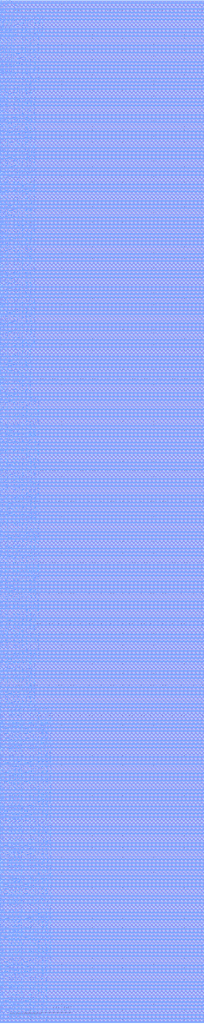
<source format=lef>
# Generated by FakeRAM 2.0
VERSION 5.7 ;
BUSBITCHARS "[]" ;
PROPERTYDEFINITIONS
  MACRO width INTEGER ;
  MACRO depth INTEGER ;
  MACRO banks INTEGER ;
END PROPERTYDEFINITIONS
MACRO fakeram7_sp_8196x64
  PROPERTY width 64 ;
  PROPERTY depth 8196 ;
  PROPERTY banks 8 ;
  FOREIGN fakeram7_sp_8196x64 0 0 ;
  SYMMETRY X Y ;
  SIZE 66.500 BY 333.200 ;
  CLASS BLOCK ;
  PIN w_mask_in[0]
    DIRECTION INPUT ;
    USE SIGNAL ;
    SHAPE ABUTMENT ;
    PORT
      LAYER M4 ;
      RECT 0.000 0.048 0.024 0.072 ;
    END
  END w_mask_in[0]
  PIN w_mask_in[1]
    DIRECTION INPUT ;
    USE SIGNAL ;
    SHAPE ABUTMENT ;
    PORT
      LAYER M4 ;
      RECT 0.000 1.632 0.024 1.656 ;
    END
  END w_mask_in[1]
  PIN w_mask_in[2]
    DIRECTION INPUT ;
    USE SIGNAL ;
    SHAPE ABUTMENT ;
    PORT
      LAYER M4 ;
      RECT 0.000 3.216 0.024 3.240 ;
    END
  END w_mask_in[2]
  PIN w_mask_in[3]
    DIRECTION INPUT ;
    USE SIGNAL ;
    SHAPE ABUTMENT ;
    PORT
      LAYER M4 ;
      RECT 0.000 4.800 0.024 4.824 ;
    END
  END w_mask_in[3]
  PIN w_mask_in[4]
    DIRECTION INPUT ;
    USE SIGNAL ;
    SHAPE ABUTMENT ;
    PORT
      LAYER M4 ;
      RECT 0.000 6.384 0.024 6.408 ;
    END
  END w_mask_in[4]
  PIN w_mask_in[5]
    DIRECTION INPUT ;
    USE SIGNAL ;
    SHAPE ABUTMENT ;
    PORT
      LAYER M4 ;
      RECT 0.000 7.968 0.024 7.992 ;
    END
  END w_mask_in[5]
  PIN w_mask_in[6]
    DIRECTION INPUT ;
    USE SIGNAL ;
    SHAPE ABUTMENT ;
    PORT
      LAYER M4 ;
      RECT 0.000 9.552 0.024 9.576 ;
    END
  END w_mask_in[6]
  PIN w_mask_in[7]
    DIRECTION INPUT ;
    USE SIGNAL ;
    SHAPE ABUTMENT ;
    PORT
      LAYER M4 ;
      RECT 0.000 11.136 0.024 11.160 ;
    END
  END w_mask_in[7]
  PIN w_mask_in[8]
    DIRECTION INPUT ;
    USE SIGNAL ;
    SHAPE ABUTMENT ;
    PORT
      LAYER M4 ;
      RECT 0.000 12.720 0.024 12.744 ;
    END
  END w_mask_in[8]
  PIN w_mask_in[9]
    DIRECTION INPUT ;
    USE SIGNAL ;
    SHAPE ABUTMENT ;
    PORT
      LAYER M4 ;
      RECT 0.000 14.304 0.024 14.328 ;
    END
  END w_mask_in[9]
  PIN w_mask_in[10]
    DIRECTION INPUT ;
    USE SIGNAL ;
    SHAPE ABUTMENT ;
    PORT
      LAYER M4 ;
      RECT 0.000 15.888 0.024 15.912 ;
    END
  END w_mask_in[10]
  PIN w_mask_in[11]
    DIRECTION INPUT ;
    USE SIGNAL ;
    SHAPE ABUTMENT ;
    PORT
      LAYER M4 ;
      RECT 0.000 17.472 0.024 17.496 ;
    END
  END w_mask_in[11]
  PIN w_mask_in[12]
    DIRECTION INPUT ;
    USE SIGNAL ;
    SHAPE ABUTMENT ;
    PORT
      LAYER M4 ;
      RECT 0.000 19.056 0.024 19.080 ;
    END
  END w_mask_in[12]
  PIN w_mask_in[13]
    DIRECTION INPUT ;
    USE SIGNAL ;
    SHAPE ABUTMENT ;
    PORT
      LAYER M4 ;
      RECT 0.000 20.640 0.024 20.664 ;
    END
  END w_mask_in[13]
  PIN w_mask_in[14]
    DIRECTION INPUT ;
    USE SIGNAL ;
    SHAPE ABUTMENT ;
    PORT
      LAYER M4 ;
      RECT 0.000 22.224 0.024 22.248 ;
    END
  END w_mask_in[14]
  PIN w_mask_in[15]
    DIRECTION INPUT ;
    USE SIGNAL ;
    SHAPE ABUTMENT ;
    PORT
      LAYER M4 ;
      RECT 0.000 23.808 0.024 23.832 ;
    END
  END w_mask_in[15]
  PIN w_mask_in[16]
    DIRECTION INPUT ;
    USE SIGNAL ;
    SHAPE ABUTMENT ;
    PORT
      LAYER M4 ;
      RECT 0.000 25.392 0.024 25.416 ;
    END
  END w_mask_in[16]
  PIN w_mask_in[17]
    DIRECTION INPUT ;
    USE SIGNAL ;
    SHAPE ABUTMENT ;
    PORT
      LAYER M4 ;
      RECT 0.000 26.976 0.024 27.000 ;
    END
  END w_mask_in[17]
  PIN w_mask_in[18]
    DIRECTION INPUT ;
    USE SIGNAL ;
    SHAPE ABUTMENT ;
    PORT
      LAYER M4 ;
      RECT 0.000 28.560 0.024 28.584 ;
    END
  END w_mask_in[18]
  PIN w_mask_in[19]
    DIRECTION INPUT ;
    USE SIGNAL ;
    SHAPE ABUTMENT ;
    PORT
      LAYER M4 ;
      RECT 0.000 30.144 0.024 30.168 ;
    END
  END w_mask_in[19]
  PIN w_mask_in[20]
    DIRECTION INPUT ;
    USE SIGNAL ;
    SHAPE ABUTMENT ;
    PORT
      LAYER M4 ;
      RECT 0.000 31.728 0.024 31.752 ;
    END
  END w_mask_in[20]
  PIN w_mask_in[21]
    DIRECTION INPUT ;
    USE SIGNAL ;
    SHAPE ABUTMENT ;
    PORT
      LAYER M4 ;
      RECT 0.000 33.312 0.024 33.336 ;
    END
  END w_mask_in[21]
  PIN w_mask_in[22]
    DIRECTION INPUT ;
    USE SIGNAL ;
    SHAPE ABUTMENT ;
    PORT
      LAYER M4 ;
      RECT 0.000 34.896 0.024 34.920 ;
    END
  END w_mask_in[22]
  PIN w_mask_in[23]
    DIRECTION INPUT ;
    USE SIGNAL ;
    SHAPE ABUTMENT ;
    PORT
      LAYER M4 ;
      RECT 0.000 36.480 0.024 36.504 ;
    END
  END w_mask_in[23]
  PIN w_mask_in[24]
    DIRECTION INPUT ;
    USE SIGNAL ;
    SHAPE ABUTMENT ;
    PORT
      LAYER M4 ;
      RECT 0.000 38.064 0.024 38.088 ;
    END
  END w_mask_in[24]
  PIN w_mask_in[25]
    DIRECTION INPUT ;
    USE SIGNAL ;
    SHAPE ABUTMENT ;
    PORT
      LAYER M4 ;
      RECT 0.000 39.648 0.024 39.672 ;
    END
  END w_mask_in[25]
  PIN w_mask_in[26]
    DIRECTION INPUT ;
    USE SIGNAL ;
    SHAPE ABUTMENT ;
    PORT
      LAYER M4 ;
      RECT 0.000 41.232 0.024 41.256 ;
    END
  END w_mask_in[26]
  PIN w_mask_in[27]
    DIRECTION INPUT ;
    USE SIGNAL ;
    SHAPE ABUTMENT ;
    PORT
      LAYER M4 ;
      RECT 0.000 42.816 0.024 42.840 ;
    END
  END w_mask_in[27]
  PIN w_mask_in[28]
    DIRECTION INPUT ;
    USE SIGNAL ;
    SHAPE ABUTMENT ;
    PORT
      LAYER M4 ;
      RECT 0.000 44.400 0.024 44.424 ;
    END
  END w_mask_in[28]
  PIN w_mask_in[29]
    DIRECTION INPUT ;
    USE SIGNAL ;
    SHAPE ABUTMENT ;
    PORT
      LAYER M4 ;
      RECT 0.000 45.984 0.024 46.008 ;
    END
  END w_mask_in[29]
  PIN w_mask_in[30]
    DIRECTION INPUT ;
    USE SIGNAL ;
    SHAPE ABUTMENT ;
    PORT
      LAYER M4 ;
      RECT 0.000 47.568 0.024 47.592 ;
    END
  END w_mask_in[30]
  PIN w_mask_in[31]
    DIRECTION INPUT ;
    USE SIGNAL ;
    SHAPE ABUTMENT ;
    PORT
      LAYER M4 ;
      RECT 0.000 49.152 0.024 49.176 ;
    END
  END w_mask_in[31]
  PIN w_mask_in[32]
    DIRECTION INPUT ;
    USE SIGNAL ;
    SHAPE ABUTMENT ;
    PORT
      LAYER M4 ;
      RECT 0.000 50.736 0.024 50.760 ;
    END
  END w_mask_in[32]
  PIN w_mask_in[33]
    DIRECTION INPUT ;
    USE SIGNAL ;
    SHAPE ABUTMENT ;
    PORT
      LAYER M4 ;
      RECT 0.000 52.320 0.024 52.344 ;
    END
  END w_mask_in[33]
  PIN w_mask_in[34]
    DIRECTION INPUT ;
    USE SIGNAL ;
    SHAPE ABUTMENT ;
    PORT
      LAYER M4 ;
      RECT 0.000 53.904 0.024 53.928 ;
    END
  END w_mask_in[34]
  PIN w_mask_in[35]
    DIRECTION INPUT ;
    USE SIGNAL ;
    SHAPE ABUTMENT ;
    PORT
      LAYER M4 ;
      RECT 0.000 55.488 0.024 55.512 ;
    END
  END w_mask_in[35]
  PIN w_mask_in[36]
    DIRECTION INPUT ;
    USE SIGNAL ;
    SHAPE ABUTMENT ;
    PORT
      LAYER M4 ;
      RECT 0.000 57.072 0.024 57.096 ;
    END
  END w_mask_in[36]
  PIN w_mask_in[37]
    DIRECTION INPUT ;
    USE SIGNAL ;
    SHAPE ABUTMENT ;
    PORT
      LAYER M4 ;
      RECT 0.000 58.656 0.024 58.680 ;
    END
  END w_mask_in[37]
  PIN w_mask_in[38]
    DIRECTION INPUT ;
    USE SIGNAL ;
    SHAPE ABUTMENT ;
    PORT
      LAYER M4 ;
      RECT 0.000 60.240 0.024 60.264 ;
    END
  END w_mask_in[38]
  PIN w_mask_in[39]
    DIRECTION INPUT ;
    USE SIGNAL ;
    SHAPE ABUTMENT ;
    PORT
      LAYER M4 ;
      RECT 0.000 61.824 0.024 61.848 ;
    END
  END w_mask_in[39]
  PIN w_mask_in[40]
    DIRECTION INPUT ;
    USE SIGNAL ;
    SHAPE ABUTMENT ;
    PORT
      LAYER M4 ;
      RECT 0.000 63.408 0.024 63.432 ;
    END
  END w_mask_in[40]
  PIN w_mask_in[41]
    DIRECTION INPUT ;
    USE SIGNAL ;
    SHAPE ABUTMENT ;
    PORT
      LAYER M4 ;
      RECT 0.000 64.992 0.024 65.016 ;
    END
  END w_mask_in[41]
  PIN w_mask_in[42]
    DIRECTION INPUT ;
    USE SIGNAL ;
    SHAPE ABUTMENT ;
    PORT
      LAYER M4 ;
      RECT 0.000 66.576 0.024 66.600 ;
    END
  END w_mask_in[42]
  PIN w_mask_in[43]
    DIRECTION INPUT ;
    USE SIGNAL ;
    SHAPE ABUTMENT ;
    PORT
      LAYER M4 ;
      RECT 0.000 68.160 0.024 68.184 ;
    END
  END w_mask_in[43]
  PIN w_mask_in[44]
    DIRECTION INPUT ;
    USE SIGNAL ;
    SHAPE ABUTMENT ;
    PORT
      LAYER M4 ;
      RECT 0.000 69.744 0.024 69.768 ;
    END
  END w_mask_in[44]
  PIN w_mask_in[45]
    DIRECTION INPUT ;
    USE SIGNAL ;
    SHAPE ABUTMENT ;
    PORT
      LAYER M4 ;
      RECT 0.000 71.328 0.024 71.352 ;
    END
  END w_mask_in[45]
  PIN w_mask_in[46]
    DIRECTION INPUT ;
    USE SIGNAL ;
    SHAPE ABUTMENT ;
    PORT
      LAYER M4 ;
      RECT 0.000 72.912 0.024 72.936 ;
    END
  END w_mask_in[46]
  PIN w_mask_in[47]
    DIRECTION INPUT ;
    USE SIGNAL ;
    SHAPE ABUTMENT ;
    PORT
      LAYER M4 ;
      RECT 0.000 74.496 0.024 74.520 ;
    END
  END w_mask_in[47]
  PIN w_mask_in[48]
    DIRECTION INPUT ;
    USE SIGNAL ;
    SHAPE ABUTMENT ;
    PORT
      LAYER M4 ;
      RECT 0.000 76.080 0.024 76.104 ;
    END
  END w_mask_in[48]
  PIN w_mask_in[49]
    DIRECTION INPUT ;
    USE SIGNAL ;
    SHAPE ABUTMENT ;
    PORT
      LAYER M4 ;
      RECT 0.000 77.664 0.024 77.688 ;
    END
  END w_mask_in[49]
  PIN w_mask_in[50]
    DIRECTION INPUT ;
    USE SIGNAL ;
    SHAPE ABUTMENT ;
    PORT
      LAYER M4 ;
      RECT 0.000 79.248 0.024 79.272 ;
    END
  END w_mask_in[50]
  PIN w_mask_in[51]
    DIRECTION INPUT ;
    USE SIGNAL ;
    SHAPE ABUTMENT ;
    PORT
      LAYER M4 ;
      RECT 0.000 80.832 0.024 80.856 ;
    END
  END w_mask_in[51]
  PIN w_mask_in[52]
    DIRECTION INPUT ;
    USE SIGNAL ;
    SHAPE ABUTMENT ;
    PORT
      LAYER M4 ;
      RECT 0.000 82.416 0.024 82.440 ;
    END
  END w_mask_in[52]
  PIN w_mask_in[53]
    DIRECTION INPUT ;
    USE SIGNAL ;
    SHAPE ABUTMENT ;
    PORT
      LAYER M4 ;
      RECT 0.000 84.000 0.024 84.024 ;
    END
  END w_mask_in[53]
  PIN w_mask_in[54]
    DIRECTION INPUT ;
    USE SIGNAL ;
    SHAPE ABUTMENT ;
    PORT
      LAYER M4 ;
      RECT 0.000 85.584 0.024 85.608 ;
    END
  END w_mask_in[54]
  PIN w_mask_in[55]
    DIRECTION INPUT ;
    USE SIGNAL ;
    SHAPE ABUTMENT ;
    PORT
      LAYER M4 ;
      RECT 0.000 87.168 0.024 87.192 ;
    END
  END w_mask_in[55]
  PIN w_mask_in[56]
    DIRECTION INPUT ;
    USE SIGNAL ;
    SHAPE ABUTMENT ;
    PORT
      LAYER M4 ;
      RECT 0.000 88.752 0.024 88.776 ;
    END
  END w_mask_in[56]
  PIN w_mask_in[57]
    DIRECTION INPUT ;
    USE SIGNAL ;
    SHAPE ABUTMENT ;
    PORT
      LAYER M4 ;
      RECT 0.000 90.336 0.024 90.360 ;
    END
  END w_mask_in[57]
  PIN w_mask_in[58]
    DIRECTION INPUT ;
    USE SIGNAL ;
    SHAPE ABUTMENT ;
    PORT
      LAYER M4 ;
      RECT 0.000 91.920 0.024 91.944 ;
    END
  END w_mask_in[58]
  PIN w_mask_in[59]
    DIRECTION INPUT ;
    USE SIGNAL ;
    SHAPE ABUTMENT ;
    PORT
      LAYER M4 ;
      RECT 0.000 93.504 0.024 93.528 ;
    END
  END w_mask_in[59]
  PIN w_mask_in[60]
    DIRECTION INPUT ;
    USE SIGNAL ;
    SHAPE ABUTMENT ;
    PORT
      LAYER M4 ;
      RECT 0.000 95.088 0.024 95.112 ;
    END
  END w_mask_in[60]
  PIN w_mask_in[61]
    DIRECTION INPUT ;
    USE SIGNAL ;
    SHAPE ABUTMENT ;
    PORT
      LAYER M4 ;
      RECT 0.000 96.672 0.024 96.696 ;
    END
  END w_mask_in[61]
  PIN w_mask_in[62]
    DIRECTION INPUT ;
    USE SIGNAL ;
    SHAPE ABUTMENT ;
    PORT
      LAYER M4 ;
      RECT 0.000 98.256 0.024 98.280 ;
    END
  END w_mask_in[62]
  PIN w_mask_in[63]
    DIRECTION INPUT ;
    USE SIGNAL ;
    SHAPE ABUTMENT ;
    PORT
      LAYER M4 ;
      RECT 0.000 99.840 0.024 99.864 ;
    END
  END w_mask_in[63]
  PIN rd_out[0]
    DIRECTION OUTPUT ;
    USE SIGNAL ;
    SHAPE ABUTMENT ;
    PORT
      LAYER M4 ;
      RECT 0.000 101.904 0.024 101.928 ;
    END
  END rd_out[0]
  PIN rd_out[1]
    DIRECTION OUTPUT ;
    USE SIGNAL ;
    SHAPE ABUTMENT ;
    PORT
      LAYER M4 ;
      RECT 0.000 103.488 0.024 103.512 ;
    END
  END rd_out[1]
  PIN rd_out[2]
    DIRECTION OUTPUT ;
    USE SIGNAL ;
    SHAPE ABUTMENT ;
    PORT
      LAYER M4 ;
      RECT 0.000 105.072 0.024 105.096 ;
    END
  END rd_out[2]
  PIN rd_out[3]
    DIRECTION OUTPUT ;
    USE SIGNAL ;
    SHAPE ABUTMENT ;
    PORT
      LAYER M4 ;
      RECT 0.000 106.656 0.024 106.680 ;
    END
  END rd_out[3]
  PIN rd_out[4]
    DIRECTION OUTPUT ;
    USE SIGNAL ;
    SHAPE ABUTMENT ;
    PORT
      LAYER M4 ;
      RECT 0.000 108.240 0.024 108.264 ;
    END
  END rd_out[4]
  PIN rd_out[5]
    DIRECTION OUTPUT ;
    USE SIGNAL ;
    SHAPE ABUTMENT ;
    PORT
      LAYER M4 ;
      RECT 0.000 109.824 0.024 109.848 ;
    END
  END rd_out[5]
  PIN rd_out[6]
    DIRECTION OUTPUT ;
    USE SIGNAL ;
    SHAPE ABUTMENT ;
    PORT
      LAYER M4 ;
      RECT 0.000 111.408 0.024 111.432 ;
    END
  END rd_out[6]
  PIN rd_out[7]
    DIRECTION OUTPUT ;
    USE SIGNAL ;
    SHAPE ABUTMENT ;
    PORT
      LAYER M4 ;
      RECT 0.000 112.992 0.024 113.016 ;
    END
  END rd_out[7]
  PIN rd_out[8]
    DIRECTION OUTPUT ;
    USE SIGNAL ;
    SHAPE ABUTMENT ;
    PORT
      LAYER M4 ;
      RECT 0.000 114.576 0.024 114.600 ;
    END
  END rd_out[8]
  PIN rd_out[9]
    DIRECTION OUTPUT ;
    USE SIGNAL ;
    SHAPE ABUTMENT ;
    PORT
      LAYER M4 ;
      RECT 0.000 116.160 0.024 116.184 ;
    END
  END rd_out[9]
  PIN rd_out[10]
    DIRECTION OUTPUT ;
    USE SIGNAL ;
    SHAPE ABUTMENT ;
    PORT
      LAYER M4 ;
      RECT 0.000 117.744 0.024 117.768 ;
    END
  END rd_out[10]
  PIN rd_out[11]
    DIRECTION OUTPUT ;
    USE SIGNAL ;
    SHAPE ABUTMENT ;
    PORT
      LAYER M4 ;
      RECT 0.000 119.328 0.024 119.352 ;
    END
  END rd_out[11]
  PIN rd_out[12]
    DIRECTION OUTPUT ;
    USE SIGNAL ;
    SHAPE ABUTMENT ;
    PORT
      LAYER M4 ;
      RECT 0.000 120.912 0.024 120.936 ;
    END
  END rd_out[12]
  PIN rd_out[13]
    DIRECTION OUTPUT ;
    USE SIGNAL ;
    SHAPE ABUTMENT ;
    PORT
      LAYER M4 ;
      RECT 0.000 122.496 0.024 122.520 ;
    END
  END rd_out[13]
  PIN rd_out[14]
    DIRECTION OUTPUT ;
    USE SIGNAL ;
    SHAPE ABUTMENT ;
    PORT
      LAYER M4 ;
      RECT 0.000 124.080 0.024 124.104 ;
    END
  END rd_out[14]
  PIN rd_out[15]
    DIRECTION OUTPUT ;
    USE SIGNAL ;
    SHAPE ABUTMENT ;
    PORT
      LAYER M4 ;
      RECT 0.000 125.664 0.024 125.688 ;
    END
  END rd_out[15]
  PIN rd_out[16]
    DIRECTION OUTPUT ;
    USE SIGNAL ;
    SHAPE ABUTMENT ;
    PORT
      LAYER M4 ;
      RECT 0.000 127.248 0.024 127.272 ;
    END
  END rd_out[16]
  PIN rd_out[17]
    DIRECTION OUTPUT ;
    USE SIGNAL ;
    SHAPE ABUTMENT ;
    PORT
      LAYER M4 ;
      RECT 0.000 128.832 0.024 128.856 ;
    END
  END rd_out[17]
  PIN rd_out[18]
    DIRECTION OUTPUT ;
    USE SIGNAL ;
    SHAPE ABUTMENT ;
    PORT
      LAYER M4 ;
      RECT 0.000 130.416 0.024 130.440 ;
    END
  END rd_out[18]
  PIN rd_out[19]
    DIRECTION OUTPUT ;
    USE SIGNAL ;
    SHAPE ABUTMENT ;
    PORT
      LAYER M4 ;
      RECT 0.000 132.000 0.024 132.024 ;
    END
  END rd_out[19]
  PIN rd_out[20]
    DIRECTION OUTPUT ;
    USE SIGNAL ;
    SHAPE ABUTMENT ;
    PORT
      LAYER M4 ;
      RECT 0.000 133.584 0.024 133.608 ;
    END
  END rd_out[20]
  PIN rd_out[21]
    DIRECTION OUTPUT ;
    USE SIGNAL ;
    SHAPE ABUTMENT ;
    PORT
      LAYER M4 ;
      RECT 0.000 135.168 0.024 135.192 ;
    END
  END rd_out[21]
  PIN rd_out[22]
    DIRECTION OUTPUT ;
    USE SIGNAL ;
    SHAPE ABUTMENT ;
    PORT
      LAYER M4 ;
      RECT 0.000 136.752 0.024 136.776 ;
    END
  END rd_out[22]
  PIN rd_out[23]
    DIRECTION OUTPUT ;
    USE SIGNAL ;
    SHAPE ABUTMENT ;
    PORT
      LAYER M4 ;
      RECT 0.000 138.336 0.024 138.360 ;
    END
  END rd_out[23]
  PIN rd_out[24]
    DIRECTION OUTPUT ;
    USE SIGNAL ;
    SHAPE ABUTMENT ;
    PORT
      LAYER M4 ;
      RECT 0.000 139.920 0.024 139.944 ;
    END
  END rd_out[24]
  PIN rd_out[25]
    DIRECTION OUTPUT ;
    USE SIGNAL ;
    SHAPE ABUTMENT ;
    PORT
      LAYER M4 ;
      RECT 0.000 141.504 0.024 141.528 ;
    END
  END rd_out[25]
  PIN rd_out[26]
    DIRECTION OUTPUT ;
    USE SIGNAL ;
    SHAPE ABUTMENT ;
    PORT
      LAYER M4 ;
      RECT 0.000 143.088 0.024 143.112 ;
    END
  END rd_out[26]
  PIN rd_out[27]
    DIRECTION OUTPUT ;
    USE SIGNAL ;
    SHAPE ABUTMENT ;
    PORT
      LAYER M4 ;
      RECT 0.000 144.672 0.024 144.696 ;
    END
  END rd_out[27]
  PIN rd_out[28]
    DIRECTION OUTPUT ;
    USE SIGNAL ;
    SHAPE ABUTMENT ;
    PORT
      LAYER M4 ;
      RECT 0.000 146.256 0.024 146.280 ;
    END
  END rd_out[28]
  PIN rd_out[29]
    DIRECTION OUTPUT ;
    USE SIGNAL ;
    SHAPE ABUTMENT ;
    PORT
      LAYER M4 ;
      RECT 0.000 147.840 0.024 147.864 ;
    END
  END rd_out[29]
  PIN rd_out[30]
    DIRECTION OUTPUT ;
    USE SIGNAL ;
    SHAPE ABUTMENT ;
    PORT
      LAYER M4 ;
      RECT 0.000 149.424 0.024 149.448 ;
    END
  END rd_out[30]
  PIN rd_out[31]
    DIRECTION OUTPUT ;
    USE SIGNAL ;
    SHAPE ABUTMENT ;
    PORT
      LAYER M4 ;
      RECT 0.000 151.008 0.024 151.032 ;
    END
  END rd_out[31]
  PIN rd_out[32]
    DIRECTION OUTPUT ;
    USE SIGNAL ;
    SHAPE ABUTMENT ;
    PORT
      LAYER M4 ;
      RECT 0.000 152.592 0.024 152.616 ;
    END
  END rd_out[32]
  PIN rd_out[33]
    DIRECTION OUTPUT ;
    USE SIGNAL ;
    SHAPE ABUTMENT ;
    PORT
      LAYER M4 ;
      RECT 0.000 154.176 0.024 154.200 ;
    END
  END rd_out[33]
  PIN rd_out[34]
    DIRECTION OUTPUT ;
    USE SIGNAL ;
    SHAPE ABUTMENT ;
    PORT
      LAYER M4 ;
      RECT 0.000 155.760 0.024 155.784 ;
    END
  END rd_out[34]
  PIN rd_out[35]
    DIRECTION OUTPUT ;
    USE SIGNAL ;
    SHAPE ABUTMENT ;
    PORT
      LAYER M4 ;
      RECT 0.000 157.344 0.024 157.368 ;
    END
  END rd_out[35]
  PIN rd_out[36]
    DIRECTION OUTPUT ;
    USE SIGNAL ;
    SHAPE ABUTMENT ;
    PORT
      LAYER M4 ;
      RECT 0.000 158.928 0.024 158.952 ;
    END
  END rd_out[36]
  PIN rd_out[37]
    DIRECTION OUTPUT ;
    USE SIGNAL ;
    SHAPE ABUTMENT ;
    PORT
      LAYER M4 ;
      RECT 0.000 160.512 0.024 160.536 ;
    END
  END rd_out[37]
  PIN rd_out[38]
    DIRECTION OUTPUT ;
    USE SIGNAL ;
    SHAPE ABUTMENT ;
    PORT
      LAYER M4 ;
      RECT 0.000 162.096 0.024 162.120 ;
    END
  END rd_out[38]
  PIN rd_out[39]
    DIRECTION OUTPUT ;
    USE SIGNAL ;
    SHAPE ABUTMENT ;
    PORT
      LAYER M4 ;
      RECT 0.000 163.680 0.024 163.704 ;
    END
  END rd_out[39]
  PIN rd_out[40]
    DIRECTION OUTPUT ;
    USE SIGNAL ;
    SHAPE ABUTMENT ;
    PORT
      LAYER M4 ;
      RECT 0.000 165.264 0.024 165.288 ;
    END
  END rd_out[40]
  PIN rd_out[41]
    DIRECTION OUTPUT ;
    USE SIGNAL ;
    SHAPE ABUTMENT ;
    PORT
      LAYER M4 ;
      RECT 0.000 166.848 0.024 166.872 ;
    END
  END rd_out[41]
  PIN rd_out[42]
    DIRECTION OUTPUT ;
    USE SIGNAL ;
    SHAPE ABUTMENT ;
    PORT
      LAYER M4 ;
      RECT 0.000 168.432 0.024 168.456 ;
    END
  END rd_out[42]
  PIN rd_out[43]
    DIRECTION OUTPUT ;
    USE SIGNAL ;
    SHAPE ABUTMENT ;
    PORT
      LAYER M4 ;
      RECT 0.000 170.016 0.024 170.040 ;
    END
  END rd_out[43]
  PIN rd_out[44]
    DIRECTION OUTPUT ;
    USE SIGNAL ;
    SHAPE ABUTMENT ;
    PORT
      LAYER M4 ;
      RECT 0.000 171.600 0.024 171.624 ;
    END
  END rd_out[44]
  PIN rd_out[45]
    DIRECTION OUTPUT ;
    USE SIGNAL ;
    SHAPE ABUTMENT ;
    PORT
      LAYER M4 ;
      RECT 0.000 173.184 0.024 173.208 ;
    END
  END rd_out[45]
  PIN rd_out[46]
    DIRECTION OUTPUT ;
    USE SIGNAL ;
    SHAPE ABUTMENT ;
    PORT
      LAYER M4 ;
      RECT 0.000 174.768 0.024 174.792 ;
    END
  END rd_out[46]
  PIN rd_out[47]
    DIRECTION OUTPUT ;
    USE SIGNAL ;
    SHAPE ABUTMENT ;
    PORT
      LAYER M4 ;
      RECT 0.000 176.352 0.024 176.376 ;
    END
  END rd_out[47]
  PIN rd_out[48]
    DIRECTION OUTPUT ;
    USE SIGNAL ;
    SHAPE ABUTMENT ;
    PORT
      LAYER M4 ;
      RECT 0.000 177.936 0.024 177.960 ;
    END
  END rd_out[48]
  PIN rd_out[49]
    DIRECTION OUTPUT ;
    USE SIGNAL ;
    SHAPE ABUTMENT ;
    PORT
      LAYER M4 ;
      RECT 0.000 179.520 0.024 179.544 ;
    END
  END rd_out[49]
  PIN rd_out[50]
    DIRECTION OUTPUT ;
    USE SIGNAL ;
    SHAPE ABUTMENT ;
    PORT
      LAYER M4 ;
      RECT 0.000 181.104 0.024 181.128 ;
    END
  END rd_out[50]
  PIN rd_out[51]
    DIRECTION OUTPUT ;
    USE SIGNAL ;
    SHAPE ABUTMENT ;
    PORT
      LAYER M4 ;
      RECT 0.000 182.688 0.024 182.712 ;
    END
  END rd_out[51]
  PIN rd_out[52]
    DIRECTION OUTPUT ;
    USE SIGNAL ;
    SHAPE ABUTMENT ;
    PORT
      LAYER M4 ;
      RECT 0.000 184.272 0.024 184.296 ;
    END
  END rd_out[52]
  PIN rd_out[53]
    DIRECTION OUTPUT ;
    USE SIGNAL ;
    SHAPE ABUTMENT ;
    PORT
      LAYER M4 ;
      RECT 0.000 185.856 0.024 185.880 ;
    END
  END rd_out[53]
  PIN rd_out[54]
    DIRECTION OUTPUT ;
    USE SIGNAL ;
    SHAPE ABUTMENT ;
    PORT
      LAYER M4 ;
      RECT 0.000 187.440 0.024 187.464 ;
    END
  END rd_out[54]
  PIN rd_out[55]
    DIRECTION OUTPUT ;
    USE SIGNAL ;
    SHAPE ABUTMENT ;
    PORT
      LAYER M4 ;
      RECT 0.000 189.024 0.024 189.048 ;
    END
  END rd_out[55]
  PIN rd_out[56]
    DIRECTION OUTPUT ;
    USE SIGNAL ;
    SHAPE ABUTMENT ;
    PORT
      LAYER M4 ;
      RECT 0.000 190.608 0.024 190.632 ;
    END
  END rd_out[56]
  PIN rd_out[57]
    DIRECTION OUTPUT ;
    USE SIGNAL ;
    SHAPE ABUTMENT ;
    PORT
      LAYER M4 ;
      RECT 0.000 192.192 0.024 192.216 ;
    END
  END rd_out[57]
  PIN rd_out[58]
    DIRECTION OUTPUT ;
    USE SIGNAL ;
    SHAPE ABUTMENT ;
    PORT
      LAYER M4 ;
      RECT 0.000 193.776 0.024 193.800 ;
    END
  END rd_out[58]
  PIN rd_out[59]
    DIRECTION OUTPUT ;
    USE SIGNAL ;
    SHAPE ABUTMENT ;
    PORT
      LAYER M4 ;
      RECT 0.000 195.360 0.024 195.384 ;
    END
  END rd_out[59]
  PIN rd_out[60]
    DIRECTION OUTPUT ;
    USE SIGNAL ;
    SHAPE ABUTMENT ;
    PORT
      LAYER M4 ;
      RECT 0.000 196.944 0.024 196.968 ;
    END
  END rd_out[60]
  PIN rd_out[61]
    DIRECTION OUTPUT ;
    USE SIGNAL ;
    SHAPE ABUTMENT ;
    PORT
      LAYER M4 ;
      RECT 0.000 198.528 0.024 198.552 ;
    END
  END rd_out[61]
  PIN rd_out[62]
    DIRECTION OUTPUT ;
    USE SIGNAL ;
    SHAPE ABUTMENT ;
    PORT
      LAYER M4 ;
      RECT 0.000 200.112 0.024 200.136 ;
    END
  END rd_out[62]
  PIN rd_out[63]
    DIRECTION OUTPUT ;
    USE SIGNAL ;
    SHAPE ABUTMENT ;
    PORT
      LAYER M4 ;
      RECT 0.000 201.696 0.024 201.720 ;
    END
  END rd_out[63]
  PIN wd_in[0]
    DIRECTION INPUT ;
    USE SIGNAL ;
    SHAPE ABUTMENT ;
    PORT
      LAYER M4 ;
      RECT 0.000 203.760 0.024 203.784 ;
    END
  END wd_in[0]
  PIN wd_in[1]
    DIRECTION INPUT ;
    USE SIGNAL ;
    SHAPE ABUTMENT ;
    PORT
      LAYER M4 ;
      RECT 0.000 205.344 0.024 205.368 ;
    END
  END wd_in[1]
  PIN wd_in[2]
    DIRECTION INPUT ;
    USE SIGNAL ;
    SHAPE ABUTMENT ;
    PORT
      LAYER M4 ;
      RECT 0.000 206.928 0.024 206.952 ;
    END
  END wd_in[2]
  PIN wd_in[3]
    DIRECTION INPUT ;
    USE SIGNAL ;
    SHAPE ABUTMENT ;
    PORT
      LAYER M4 ;
      RECT 0.000 208.512 0.024 208.536 ;
    END
  END wd_in[3]
  PIN wd_in[4]
    DIRECTION INPUT ;
    USE SIGNAL ;
    SHAPE ABUTMENT ;
    PORT
      LAYER M4 ;
      RECT 0.000 210.096 0.024 210.120 ;
    END
  END wd_in[4]
  PIN wd_in[5]
    DIRECTION INPUT ;
    USE SIGNAL ;
    SHAPE ABUTMENT ;
    PORT
      LAYER M4 ;
      RECT 0.000 211.680 0.024 211.704 ;
    END
  END wd_in[5]
  PIN wd_in[6]
    DIRECTION INPUT ;
    USE SIGNAL ;
    SHAPE ABUTMENT ;
    PORT
      LAYER M4 ;
      RECT 0.000 213.264 0.024 213.288 ;
    END
  END wd_in[6]
  PIN wd_in[7]
    DIRECTION INPUT ;
    USE SIGNAL ;
    SHAPE ABUTMENT ;
    PORT
      LAYER M4 ;
      RECT 0.000 214.848 0.024 214.872 ;
    END
  END wd_in[7]
  PIN wd_in[8]
    DIRECTION INPUT ;
    USE SIGNAL ;
    SHAPE ABUTMENT ;
    PORT
      LAYER M4 ;
      RECT 0.000 216.432 0.024 216.456 ;
    END
  END wd_in[8]
  PIN wd_in[9]
    DIRECTION INPUT ;
    USE SIGNAL ;
    SHAPE ABUTMENT ;
    PORT
      LAYER M4 ;
      RECT 0.000 218.016 0.024 218.040 ;
    END
  END wd_in[9]
  PIN wd_in[10]
    DIRECTION INPUT ;
    USE SIGNAL ;
    SHAPE ABUTMENT ;
    PORT
      LAYER M4 ;
      RECT 0.000 219.600 0.024 219.624 ;
    END
  END wd_in[10]
  PIN wd_in[11]
    DIRECTION INPUT ;
    USE SIGNAL ;
    SHAPE ABUTMENT ;
    PORT
      LAYER M4 ;
      RECT 0.000 221.184 0.024 221.208 ;
    END
  END wd_in[11]
  PIN wd_in[12]
    DIRECTION INPUT ;
    USE SIGNAL ;
    SHAPE ABUTMENT ;
    PORT
      LAYER M4 ;
      RECT 0.000 222.768 0.024 222.792 ;
    END
  END wd_in[12]
  PIN wd_in[13]
    DIRECTION INPUT ;
    USE SIGNAL ;
    SHAPE ABUTMENT ;
    PORT
      LAYER M4 ;
      RECT 0.000 224.352 0.024 224.376 ;
    END
  END wd_in[13]
  PIN wd_in[14]
    DIRECTION INPUT ;
    USE SIGNAL ;
    SHAPE ABUTMENT ;
    PORT
      LAYER M4 ;
      RECT 0.000 225.936 0.024 225.960 ;
    END
  END wd_in[14]
  PIN wd_in[15]
    DIRECTION INPUT ;
    USE SIGNAL ;
    SHAPE ABUTMENT ;
    PORT
      LAYER M4 ;
      RECT 0.000 227.520 0.024 227.544 ;
    END
  END wd_in[15]
  PIN wd_in[16]
    DIRECTION INPUT ;
    USE SIGNAL ;
    SHAPE ABUTMENT ;
    PORT
      LAYER M4 ;
      RECT 0.000 229.104 0.024 229.128 ;
    END
  END wd_in[16]
  PIN wd_in[17]
    DIRECTION INPUT ;
    USE SIGNAL ;
    SHAPE ABUTMENT ;
    PORT
      LAYER M4 ;
      RECT 0.000 230.688 0.024 230.712 ;
    END
  END wd_in[17]
  PIN wd_in[18]
    DIRECTION INPUT ;
    USE SIGNAL ;
    SHAPE ABUTMENT ;
    PORT
      LAYER M4 ;
      RECT 0.000 232.272 0.024 232.296 ;
    END
  END wd_in[18]
  PIN wd_in[19]
    DIRECTION INPUT ;
    USE SIGNAL ;
    SHAPE ABUTMENT ;
    PORT
      LAYER M4 ;
      RECT 0.000 233.856 0.024 233.880 ;
    END
  END wd_in[19]
  PIN wd_in[20]
    DIRECTION INPUT ;
    USE SIGNAL ;
    SHAPE ABUTMENT ;
    PORT
      LAYER M4 ;
      RECT 0.000 235.440 0.024 235.464 ;
    END
  END wd_in[20]
  PIN wd_in[21]
    DIRECTION INPUT ;
    USE SIGNAL ;
    SHAPE ABUTMENT ;
    PORT
      LAYER M4 ;
      RECT 0.000 237.024 0.024 237.048 ;
    END
  END wd_in[21]
  PIN wd_in[22]
    DIRECTION INPUT ;
    USE SIGNAL ;
    SHAPE ABUTMENT ;
    PORT
      LAYER M4 ;
      RECT 0.000 238.608 0.024 238.632 ;
    END
  END wd_in[22]
  PIN wd_in[23]
    DIRECTION INPUT ;
    USE SIGNAL ;
    SHAPE ABUTMENT ;
    PORT
      LAYER M4 ;
      RECT 0.000 240.192 0.024 240.216 ;
    END
  END wd_in[23]
  PIN wd_in[24]
    DIRECTION INPUT ;
    USE SIGNAL ;
    SHAPE ABUTMENT ;
    PORT
      LAYER M4 ;
      RECT 0.000 241.776 0.024 241.800 ;
    END
  END wd_in[24]
  PIN wd_in[25]
    DIRECTION INPUT ;
    USE SIGNAL ;
    SHAPE ABUTMENT ;
    PORT
      LAYER M4 ;
      RECT 0.000 243.360 0.024 243.384 ;
    END
  END wd_in[25]
  PIN wd_in[26]
    DIRECTION INPUT ;
    USE SIGNAL ;
    SHAPE ABUTMENT ;
    PORT
      LAYER M4 ;
      RECT 0.000 244.944 0.024 244.968 ;
    END
  END wd_in[26]
  PIN wd_in[27]
    DIRECTION INPUT ;
    USE SIGNAL ;
    SHAPE ABUTMENT ;
    PORT
      LAYER M4 ;
      RECT 0.000 246.528 0.024 246.552 ;
    END
  END wd_in[27]
  PIN wd_in[28]
    DIRECTION INPUT ;
    USE SIGNAL ;
    SHAPE ABUTMENT ;
    PORT
      LAYER M4 ;
      RECT 0.000 248.112 0.024 248.136 ;
    END
  END wd_in[28]
  PIN wd_in[29]
    DIRECTION INPUT ;
    USE SIGNAL ;
    SHAPE ABUTMENT ;
    PORT
      LAYER M4 ;
      RECT 0.000 249.696 0.024 249.720 ;
    END
  END wd_in[29]
  PIN wd_in[30]
    DIRECTION INPUT ;
    USE SIGNAL ;
    SHAPE ABUTMENT ;
    PORT
      LAYER M4 ;
      RECT 0.000 251.280 0.024 251.304 ;
    END
  END wd_in[30]
  PIN wd_in[31]
    DIRECTION INPUT ;
    USE SIGNAL ;
    SHAPE ABUTMENT ;
    PORT
      LAYER M4 ;
      RECT 0.000 252.864 0.024 252.888 ;
    END
  END wd_in[31]
  PIN wd_in[32]
    DIRECTION INPUT ;
    USE SIGNAL ;
    SHAPE ABUTMENT ;
    PORT
      LAYER M4 ;
      RECT 0.000 254.448 0.024 254.472 ;
    END
  END wd_in[32]
  PIN wd_in[33]
    DIRECTION INPUT ;
    USE SIGNAL ;
    SHAPE ABUTMENT ;
    PORT
      LAYER M4 ;
      RECT 0.000 256.032 0.024 256.056 ;
    END
  END wd_in[33]
  PIN wd_in[34]
    DIRECTION INPUT ;
    USE SIGNAL ;
    SHAPE ABUTMENT ;
    PORT
      LAYER M4 ;
      RECT 0.000 257.616 0.024 257.640 ;
    END
  END wd_in[34]
  PIN wd_in[35]
    DIRECTION INPUT ;
    USE SIGNAL ;
    SHAPE ABUTMENT ;
    PORT
      LAYER M4 ;
      RECT 0.000 259.200 0.024 259.224 ;
    END
  END wd_in[35]
  PIN wd_in[36]
    DIRECTION INPUT ;
    USE SIGNAL ;
    SHAPE ABUTMENT ;
    PORT
      LAYER M4 ;
      RECT 0.000 260.784 0.024 260.808 ;
    END
  END wd_in[36]
  PIN wd_in[37]
    DIRECTION INPUT ;
    USE SIGNAL ;
    SHAPE ABUTMENT ;
    PORT
      LAYER M4 ;
      RECT 0.000 262.368 0.024 262.392 ;
    END
  END wd_in[37]
  PIN wd_in[38]
    DIRECTION INPUT ;
    USE SIGNAL ;
    SHAPE ABUTMENT ;
    PORT
      LAYER M4 ;
      RECT 0.000 263.952 0.024 263.976 ;
    END
  END wd_in[38]
  PIN wd_in[39]
    DIRECTION INPUT ;
    USE SIGNAL ;
    SHAPE ABUTMENT ;
    PORT
      LAYER M4 ;
      RECT 0.000 265.536 0.024 265.560 ;
    END
  END wd_in[39]
  PIN wd_in[40]
    DIRECTION INPUT ;
    USE SIGNAL ;
    SHAPE ABUTMENT ;
    PORT
      LAYER M4 ;
      RECT 0.000 267.120 0.024 267.144 ;
    END
  END wd_in[40]
  PIN wd_in[41]
    DIRECTION INPUT ;
    USE SIGNAL ;
    SHAPE ABUTMENT ;
    PORT
      LAYER M4 ;
      RECT 0.000 268.704 0.024 268.728 ;
    END
  END wd_in[41]
  PIN wd_in[42]
    DIRECTION INPUT ;
    USE SIGNAL ;
    SHAPE ABUTMENT ;
    PORT
      LAYER M4 ;
      RECT 0.000 270.288 0.024 270.312 ;
    END
  END wd_in[42]
  PIN wd_in[43]
    DIRECTION INPUT ;
    USE SIGNAL ;
    SHAPE ABUTMENT ;
    PORT
      LAYER M4 ;
      RECT 0.000 271.872 0.024 271.896 ;
    END
  END wd_in[43]
  PIN wd_in[44]
    DIRECTION INPUT ;
    USE SIGNAL ;
    SHAPE ABUTMENT ;
    PORT
      LAYER M4 ;
      RECT 0.000 273.456 0.024 273.480 ;
    END
  END wd_in[44]
  PIN wd_in[45]
    DIRECTION INPUT ;
    USE SIGNAL ;
    SHAPE ABUTMENT ;
    PORT
      LAYER M4 ;
      RECT 0.000 275.040 0.024 275.064 ;
    END
  END wd_in[45]
  PIN wd_in[46]
    DIRECTION INPUT ;
    USE SIGNAL ;
    SHAPE ABUTMENT ;
    PORT
      LAYER M4 ;
      RECT 0.000 276.624 0.024 276.648 ;
    END
  END wd_in[46]
  PIN wd_in[47]
    DIRECTION INPUT ;
    USE SIGNAL ;
    SHAPE ABUTMENT ;
    PORT
      LAYER M4 ;
      RECT 0.000 278.208 0.024 278.232 ;
    END
  END wd_in[47]
  PIN wd_in[48]
    DIRECTION INPUT ;
    USE SIGNAL ;
    SHAPE ABUTMENT ;
    PORT
      LAYER M4 ;
      RECT 0.000 279.792 0.024 279.816 ;
    END
  END wd_in[48]
  PIN wd_in[49]
    DIRECTION INPUT ;
    USE SIGNAL ;
    SHAPE ABUTMENT ;
    PORT
      LAYER M4 ;
      RECT 0.000 281.376 0.024 281.400 ;
    END
  END wd_in[49]
  PIN wd_in[50]
    DIRECTION INPUT ;
    USE SIGNAL ;
    SHAPE ABUTMENT ;
    PORT
      LAYER M4 ;
      RECT 0.000 282.960 0.024 282.984 ;
    END
  END wd_in[50]
  PIN wd_in[51]
    DIRECTION INPUT ;
    USE SIGNAL ;
    SHAPE ABUTMENT ;
    PORT
      LAYER M4 ;
      RECT 0.000 284.544 0.024 284.568 ;
    END
  END wd_in[51]
  PIN wd_in[52]
    DIRECTION INPUT ;
    USE SIGNAL ;
    SHAPE ABUTMENT ;
    PORT
      LAYER M4 ;
      RECT 0.000 286.128 0.024 286.152 ;
    END
  END wd_in[52]
  PIN wd_in[53]
    DIRECTION INPUT ;
    USE SIGNAL ;
    SHAPE ABUTMENT ;
    PORT
      LAYER M4 ;
      RECT 0.000 287.712 0.024 287.736 ;
    END
  END wd_in[53]
  PIN wd_in[54]
    DIRECTION INPUT ;
    USE SIGNAL ;
    SHAPE ABUTMENT ;
    PORT
      LAYER M4 ;
      RECT 0.000 289.296 0.024 289.320 ;
    END
  END wd_in[54]
  PIN wd_in[55]
    DIRECTION INPUT ;
    USE SIGNAL ;
    SHAPE ABUTMENT ;
    PORT
      LAYER M4 ;
      RECT 0.000 290.880 0.024 290.904 ;
    END
  END wd_in[55]
  PIN wd_in[56]
    DIRECTION INPUT ;
    USE SIGNAL ;
    SHAPE ABUTMENT ;
    PORT
      LAYER M4 ;
      RECT 0.000 292.464 0.024 292.488 ;
    END
  END wd_in[56]
  PIN wd_in[57]
    DIRECTION INPUT ;
    USE SIGNAL ;
    SHAPE ABUTMENT ;
    PORT
      LAYER M4 ;
      RECT 0.000 294.048 0.024 294.072 ;
    END
  END wd_in[57]
  PIN wd_in[58]
    DIRECTION INPUT ;
    USE SIGNAL ;
    SHAPE ABUTMENT ;
    PORT
      LAYER M4 ;
      RECT 0.000 295.632 0.024 295.656 ;
    END
  END wd_in[58]
  PIN wd_in[59]
    DIRECTION INPUT ;
    USE SIGNAL ;
    SHAPE ABUTMENT ;
    PORT
      LAYER M4 ;
      RECT 0.000 297.216 0.024 297.240 ;
    END
  END wd_in[59]
  PIN wd_in[60]
    DIRECTION INPUT ;
    USE SIGNAL ;
    SHAPE ABUTMENT ;
    PORT
      LAYER M4 ;
      RECT 0.000 298.800 0.024 298.824 ;
    END
  END wd_in[60]
  PIN wd_in[61]
    DIRECTION INPUT ;
    USE SIGNAL ;
    SHAPE ABUTMENT ;
    PORT
      LAYER M4 ;
      RECT 0.000 300.384 0.024 300.408 ;
    END
  END wd_in[61]
  PIN wd_in[62]
    DIRECTION INPUT ;
    USE SIGNAL ;
    SHAPE ABUTMENT ;
    PORT
      LAYER M4 ;
      RECT 0.000 301.968 0.024 301.992 ;
    END
  END wd_in[62]
  PIN wd_in[63]
    DIRECTION INPUT ;
    USE SIGNAL ;
    SHAPE ABUTMENT ;
    PORT
      LAYER M4 ;
      RECT 0.000 303.552 0.024 303.576 ;
    END
  END wd_in[63]
  PIN addr_in[0]
    DIRECTION INPUT ;
    USE SIGNAL ;
    SHAPE ABUTMENT ;
    PORT
      LAYER M4 ;
      RECT 0.000 305.616 0.024 305.640 ;
    END
  END addr_in[0]
  PIN addr_in[1]
    DIRECTION INPUT ;
    USE SIGNAL ;
    SHAPE ABUTMENT ;
    PORT
      LAYER M4 ;
      RECT 0.000 307.200 0.024 307.224 ;
    END
  END addr_in[1]
  PIN addr_in[2]
    DIRECTION INPUT ;
    USE SIGNAL ;
    SHAPE ABUTMENT ;
    PORT
      LAYER M4 ;
      RECT 0.000 308.784 0.024 308.808 ;
    END
  END addr_in[2]
  PIN addr_in[3]
    DIRECTION INPUT ;
    USE SIGNAL ;
    SHAPE ABUTMENT ;
    PORT
      LAYER M4 ;
      RECT 0.000 310.368 0.024 310.392 ;
    END
  END addr_in[3]
  PIN addr_in[4]
    DIRECTION INPUT ;
    USE SIGNAL ;
    SHAPE ABUTMENT ;
    PORT
      LAYER M4 ;
      RECT 0.000 311.952 0.024 311.976 ;
    END
  END addr_in[4]
  PIN addr_in[5]
    DIRECTION INPUT ;
    USE SIGNAL ;
    SHAPE ABUTMENT ;
    PORT
      LAYER M4 ;
      RECT 0.000 313.536 0.024 313.560 ;
    END
  END addr_in[5]
  PIN addr_in[6]
    DIRECTION INPUT ;
    USE SIGNAL ;
    SHAPE ABUTMENT ;
    PORT
      LAYER M4 ;
      RECT 0.000 315.120 0.024 315.144 ;
    END
  END addr_in[6]
  PIN addr_in[7]
    DIRECTION INPUT ;
    USE SIGNAL ;
    SHAPE ABUTMENT ;
    PORT
      LAYER M4 ;
      RECT 0.000 316.704 0.024 316.728 ;
    END
  END addr_in[7]
  PIN addr_in[8]
    DIRECTION INPUT ;
    USE SIGNAL ;
    SHAPE ABUTMENT ;
    PORT
      LAYER M4 ;
      RECT 0.000 318.288 0.024 318.312 ;
    END
  END addr_in[8]
  PIN addr_in[9]
    DIRECTION INPUT ;
    USE SIGNAL ;
    SHAPE ABUTMENT ;
    PORT
      LAYER M4 ;
      RECT 0.000 319.872 0.024 319.896 ;
    END
  END addr_in[9]
  PIN addr_in[10]
    DIRECTION INPUT ;
    USE SIGNAL ;
    SHAPE ABUTMENT ;
    PORT
      LAYER M4 ;
      RECT 0.000 321.456 0.024 321.480 ;
    END
  END addr_in[10]
  PIN addr_in[11]
    DIRECTION INPUT ;
    USE SIGNAL ;
    SHAPE ABUTMENT ;
    PORT
      LAYER M4 ;
      RECT 0.000 323.040 0.024 323.064 ;
    END
  END addr_in[11]
  PIN addr_in[12]
    DIRECTION INPUT ;
    USE SIGNAL ;
    SHAPE ABUTMENT ;
    PORT
      LAYER M4 ;
      RECT 0.000 324.624 0.024 324.648 ;
    END
  END addr_in[12]
  PIN addr_in[13]
    DIRECTION INPUT ;
    USE SIGNAL ;
    SHAPE ABUTMENT ;
    PORT
      LAYER M4 ;
      RECT 0.000 326.208 0.024 326.232 ;
    END
  END addr_in[13]
  PIN we_in
    DIRECTION INPUT ;
    USE SIGNAL ;
    SHAPE ABUTMENT ;
    PORT
      LAYER M4 ;
      RECT 0.000 328.272 0.024 328.296 ;
    END
  END we_in
  PIN ce_in
    DIRECTION INPUT ;
    USE SIGNAL ;
    SHAPE ABUTMENT ;
    PORT
      LAYER M4 ;
      RECT 0.000 329.856 0.024 329.880 ;
    END
  END ce_in
  PIN clk
    DIRECTION INPUT ;
    USE SIGNAL ;
    SHAPE ABUTMENT ;
    PORT
      LAYER M4 ;
      RECT 0.000 331.440 0.024 331.464 ;
    END
  END clk
  PIN VSS
    DIRECTION INOUT ;
    USE GROUND ;
    PORT
      LAYER M4 ;
      RECT 0.048 0.000 66.452 0.096 ;
      RECT 0.048 0.768 66.452 0.864 ;
      RECT 0.048 1.536 66.452 1.632 ;
      RECT 0.048 2.304 66.452 2.400 ;
      RECT 0.048 3.072 66.452 3.168 ;
      RECT 0.048 3.840 66.452 3.936 ;
      RECT 0.048 4.608 66.452 4.704 ;
      RECT 0.048 5.376 66.452 5.472 ;
      RECT 0.048 6.144 66.452 6.240 ;
      RECT 0.048 6.912 66.452 7.008 ;
      RECT 0.048 7.680 66.452 7.776 ;
      RECT 0.048 8.448 66.452 8.544 ;
      RECT 0.048 9.216 66.452 9.312 ;
      RECT 0.048 9.984 66.452 10.080 ;
      RECT 0.048 10.752 66.452 10.848 ;
      RECT 0.048 11.520 66.452 11.616 ;
      RECT 0.048 12.288 66.452 12.384 ;
      RECT 0.048 13.056 66.452 13.152 ;
      RECT 0.048 13.824 66.452 13.920 ;
      RECT 0.048 14.592 66.452 14.688 ;
      RECT 0.048 15.360 66.452 15.456 ;
      RECT 0.048 16.128 66.452 16.224 ;
      RECT 0.048 16.896 66.452 16.992 ;
      RECT 0.048 17.664 66.452 17.760 ;
      RECT 0.048 18.432 66.452 18.528 ;
      RECT 0.048 19.200 66.452 19.296 ;
      RECT 0.048 19.968 66.452 20.064 ;
      RECT 0.048 20.736 66.452 20.832 ;
      RECT 0.048 21.504 66.452 21.600 ;
      RECT 0.048 22.272 66.452 22.368 ;
      RECT 0.048 23.040 66.452 23.136 ;
      RECT 0.048 23.808 66.452 23.904 ;
      RECT 0.048 24.576 66.452 24.672 ;
      RECT 0.048 25.344 66.452 25.440 ;
      RECT 0.048 26.112 66.452 26.208 ;
      RECT 0.048 26.880 66.452 26.976 ;
      RECT 0.048 27.648 66.452 27.744 ;
      RECT 0.048 28.416 66.452 28.512 ;
      RECT 0.048 29.184 66.452 29.280 ;
      RECT 0.048 29.952 66.452 30.048 ;
      RECT 0.048 30.720 66.452 30.816 ;
      RECT 0.048 31.488 66.452 31.584 ;
      RECT 0.048 32.256 66.452 32.352 ;
      RECT 0.048 33.024 66.452 33.120 ;
      RECT 0.048 33.792 66.452 33.888 ;
      RECT 0.048 34.560 66.452 34.656 ;
      RECT 0.048 35.328 66.452 35.424 ;
      RECT 0.048 36.096 66.452 36.192 ;
      RECT 0.048 36.864 66.452 36.960 ;
      RECT 0.048 37.632 66.452 37.728 ;
      RECT 0.048 38.400 66.452 38.496 ;
      RECT 0.048 39.168 66.452 39.264 ;
      RECT 0.048 39.936 66.452 40.032 ;
      RECT 0.048 40.704 66.452 40.800 ;
      RECT 0.048 41.472 66.452 41.568 ;
      RECT 0.048 42.240 66.452 42.336 ;
      RECT 0.048 43.008 66.452 43.104 ;
      RECT 0.048 43.776 66.452 43.872 ;
      RECT 0.048 44.544 66.452 44.640 ;
      RECT 0.048 45.312 66.452 45.408 ;
      RECT 0.048 46.080 66.452 46.176 ;
      RECT 0.048 46.848 66.452 46.944 ;
      RECT 0.048 47.616 66.452 47.712 ;
      RECT 0.048 48.384 66.452 48.480 ;
      RECT 0.048 49.152 66.452 49.248 ;
      RECT 0.048 49.920 66.452 50.016 ;
      RECT 0.048 50.688 66.452 50.784 ;
      RECT 0.048 51.456 66.452 51.552 ;
      RECT 0.048 52.224 66.452 52.320 ;
      RECT 0.048 52.992 66.452 53.088 ;
      RECT 0.048 53.760 66.452 53.856 ;
      RECT 0.048 54.528 66.452 54.624 ;
      RECT 0.048 55.296 66.452 55.392 ;
      RECT 0.048 56.064 66.452 56.160 ;
      RECT 0.048 56.832 66.452 56.928 ;
      RECT 0.048 57.600 66.452 57.696 ;
      RECT 0.048 58.368 66.452 58.464 ;
      RECT 0.048 59.136 66.452 59.232 ;
      RECT 0.048 59.904 66.452 60.000 ;
      RECT 0.048 60.672 66.452 60.768 ;
      RECT 0.048 61.440 66.452 61.536 ;
      RECT 0.048 62.208 66.452 62.304 ;
      RECT 0.048 62.976 66.452 63.072 ;
      RECT 0.048 63.744 66.452 63.840 ;
      RECT 0.048 64.512 66.452 64.608 ;
      RECT 0.048 65.280 66.452 65.376 ;
      RECT 0.048 66.048 66.452 66.144 ;
      RECT 0.048 66.816 66.452 66.912 ;
      RECT 0.048 67.584 66.452 67.680 ;
      RECT 0.048 68.352 66.452 68.448 ;
      RECT 0.048 69.120 66.452 69.216 ;
      RECT 0.048 69.888 66.452 69.984 ;
      RECT 0.048 70.656 66.452 70.752 ;
      RECT 0.048 71.424 66.452 71.520 ;
      RECT 0.048 72.192 66.452 72.288 ;
      RECT 0.048 72.960 66.452 73.056 ;
      RECT 0.048 73.728 66.452 73.824 ;
      RECT 0.048 74.496 66.452 74.592 ;
      RECT 0.048 75.264 66.452 75.360 ;
      RECT 0.048 76.032 66.452 76.128 ;
      RECT 0.048 76.800 66.452 76.896 ;
      RECT 0.048 77.568 66.452 77.664 ;
      RECT 0.048 78.336 66.452 78.432 ;
      RECT 0.048 79.104 66.452 79.200 ;
      RECT 0.048 79.872 66.452 79.968 ;
      RECT 0.048 80.640 66.452 80.736 ;
      RECT 0.048 81.408 66.452 81.504 ;
      RECT 0.048 82.176 66.452 82.272 ;
      RECT 0.048 82.944 66.452 83.040 ;
      RECT 0.048 83.712 66.452 83.808 ;
      RECT 0.048 84.480 66.452 84.576 ;
      RECT 0.048 85.248 66.452 85.344 ;
      RECT 0.048 86.016 66.452 86.112 ;
      RECT 0.048 86.784 66.452 86.880 ;
      RECT 0.048 87.552 66.452 87.648 ;
      RECT 0.048 88.320 66.452 88.416 ;
      RECT 0.048 89.088 66.452 89.184 ;
      RECT 0.048 89.856 66.452 89.952 ;
      RECT 0.048 90.624 66.452 90.720 ;
      RECT 0.048 91.392 66.452 91.488 ;
      RECT 0.048 92.160 66.452 92.256 ;
      RECT 0.048 92.928 66.452 93.024 ;
      RECT 0.048 93.696 66.452 93.792 ;
      RECT 0.048 94.464 66.452 94.560 ;
      RECT 0.048 95.232 66.452 95.328 ;
      RECT 0.048 96.000 66.452 96.096 ;
      RECT 0.048 96.768 66.452 96.864 ;
      RECT 0.048 97.536 66.452 97.632 ;
      RECT 0.048 98.304 66.452 98.400 ;
      RECT 0.048 99.072 66.452 99.168 ;
      RECT 0.048 99.840 66.452 99.936 ;
      RECT 0.048 100.608 66.452 100.704 ;
      RECT 0.048 101.376 66.452 101.472 ;
      RECT 0.048 102.144 66.452 102.240 ;
      RECT 0.048 102.912 66.452 103.008 ;
      RECT 0.048 103.680 66.452 103.776 ;
      RECT 0.048 104.448 66.452 104.544 ;
      RECT 0.048 105.216 66.452 105.312 ;
      RECT 0.048 105.984 66.452 106.080 ;
      RECT 0.048 106.752 66.452 106.848 ;
      RECT 0.048 107.520 66.452 107.616 ;
      RECT 0.048 108.288 66.452 108.384 ;
      RECT 0.048 109.056 66.452 109.152 ;
      RECT 0.048 109.824 66.452 109.920 ;
      RECT 0.048 110.592 66.452 110.688 ;
      RECT 0.048 111.360 66.452 111.456 ;
      RECT 0.048 112.128 66.452 112.224 ;
      RECT 0.048 112.896 66.452 112.992 ;
      RECT 0.048 113.664 66.452 113.760 ;
      RECT 0.048 114.432 66.452 114.528 ;
      RECT 0.048 115.200 66.452 115.296 ;
      RECT 0.048 115.968 66.452 116.064 ;
      RECT 0.048 116.736 66.452 116.832 ;
      RECT 0.048 117.504 66.452 117.600 ;
      RECT 0.048 118.272 66.452 118.368 ;
      RECT 0.048 119.040 66.452 119.136 ;
      RECT 0.048 119.808 66.452 119.904 ;
      RECT 0.048 120.576 66.452 120.672 ;
      RECT 0.048 121.344 66.452 121.440 ;
      RECT 0.048 122.112 66.452 122.208 ;
      RECT 0.048 122.880 66.452 122.976 ;
      RECT 0.048 123.648 66.452 123.744 ;
      RECT 0.048 124.416 66.452 124.512 ;
      RECT 0.048 125.184 66.452 125.280 ;
      RECT 0.048 125.952 66.452 126.048 ;
      RECT 0.048 126.720 66.452 126.816 ;
      RECT 0.048 127.488 66.452 127.584 ;
      RECT 0.048 128.256 66.452 128.352 ;
      RECT 0.048 129.024 66.452 129.120 ;
      RECT 0.048 129.792 66.452 129.888 ;
      RECT 0.048 130.560 66.452 130.656 ;
      RECT 0.048 131.328 66.452 131.424 ;
      RECT 0.048 132.096 66.452 132.192 ;
      RECT 0.048 132.864 66.452 132.960 ;
      RECT 0.048 133.632 66.452 133.728 ;
      RECT 0.048 134.400 66.452 134.496 ;
      RECT 0.048 135.168 66.452 135.264 ;
      RECT 0.048 135.936 66.452 136.032 ;
      RECT 0.048 136.704 66.452 136.800 ;
      RECT 0.048 137.472 66.452 137.568 ;
      RECT 0.048 138.240 66.452 138.336 ;
      RECT 0.048 139.008 66.452 139.104 ;
      RECT 0.048 139.776 66.452 139.872 ;
      RECT 0.048 140.544 66.452 140.640 ;
      RECT 0.048 141.312 66.452 141.408 ;
      RECT 0.048 142.080 66.452 142.176 ;
      RECT 0.048 142.848 66.452 142.944 ;
      RECT 0.048 143.616 66.452 143.712 ;
      RECT 0.048 144.384 66.452 144.480 ;
      RECT 0.048 145.152 66.452 145.248 ;
      RECT 0.048 145.920 66.452 146.016 ;
      RECT 0.048 146.688 66.452 146.784 ;
      RECT 0.048 147.456 66.452 147.552 ;
      RECT 0.048 148.224 66.452 148.320 ;
      RECT 0.048 148.992 66.452 149.088 ;
      RECT 0.048 149.760 66.452 149.856 ;
      RECT 0.048 150.528 66.452 150.624 ;
      RECT 0.048 151.296 66.452 151.392 ;
      RECT 0.048 152.064 66.452 152.160 ;
      RECT 0.048 152.832 66.452 152.928 ;
      RECT 0.048 153.600 66.452 153.696 ;
      RECT 0.048 154.368 66.452 154.464 ;
      RECT 0.048 155.136 66.452 155.232 ;
      RECT 0.048 155.904 66.452 156.000 ;
      RECT 0.048 156.672 66.452 156.768 ;
      RECT 0.048 157.440 66.452 157.536 ;
      RECT 0.048 158.208 66.452 158.304 ;
      RECT 0.048 158.976 66.452 159.072 ;
      RECT 0.048 159.744 66.452 159.840 ;
      RECT 0.048 160.512 66.452 160.608 ;
      RECT 0.048 161.280 66.452 161.376 ;
      RECT 0.048 162.048 66.452 162.144 ;
      RECT 0.048 162.816 66.452 162.912 ;
      RECT 0.048 163.584 66.452 163.680 ;
      RECT 0.048 164.352 66.452 164.448 ;
      RECT 0.048 165.120 66.452 165.216 ;
      RECT 0.048 165.888 66.452 165.984 ;
      RECT 0.048 166.656 66.452 166.752 ;
      RECT 0.048 167.424 66.452 167.520 ;
      RECT 0.048 168.192 66.452 168.288 ;
      RECT 0.048 168.960 66.452 169.056 ;
      RECT 0.048 169.728 66.452 169.824 ;
      RECT 0.048 170.496 66.452 170.592 ;
      RECT 0.048 171.264 66.452 171.360 ;
      RECT 0.048 172.032 66.452 172.128 ;
      RECT 0.048 172.800 66.452 172.896 ;
      RECT 0.048 173.568 66.452 173.664 ;
      RECT 0.048 174.336 66.452 174.432 ;
      RECT 0.048 175.104 66.452 175.200 ;
      RECT 0.048 175.872 66.452 175.968 ;
      RECT 0.048 176.640 66.452 176.736 ;
      RECT 0.048 177.408 66.452 177.504 ;
      RECT 0.048 178.176 66.452 178.272 ;
      RECT 0.048 178.944 66.452 179.040 ;
      RECT 0.048 179.712 66.452 179.808 ;
      RECT 0.048 180.480 66.452 180.576 ;
      RECT 0.048 181.248 66.452 181.344 ;
      RECT 0.048 182.016 66.452 182.112 ;
      RECT 0.048 182.784 66.452 182.880 ;
      RECT 0.048 183.552 66.452 183.648 ;
      RECT 0.048 184.320 66.452 184.416 ;
      RECT 0.048 185.088 66.452 185.184 ;
      RECT 0.048 185.856 66.452 185.952 ;
      RECT 0.048 186.624 66.452 186.720 ;
      RECT 0.048 187.392 66.452 187.488 ;
      RECT 0.048 188.160 66.452 188.256 ;
      RECT 0.048 188.928 66.452 189.024 ;
      RECT 0.048 189.696 66.452 189.792 ;
      RECT 0.048 190.464 66.452 190.560 ;
      RECT 0.048 191.232 66.452 191.328 ;
      RECT 0.048 192.000 66.452 192.096 ;
      RECT 0.048 192.768 66.452 192.864 ;
      RECT 0.048 193.536 66.452 193.632 ;
      RECT 0.048 194.304 66.452 194.400 ;
      RECT 0.048 195.072 66.452 195.168 ;
      RECT 0.048 195.840 66.452 195.936 ;
      RECT 0.048 196.608 66.452 196.704 ;
      RECT 0.048 197.376 66.452 197.472 ;
      RECT 0.048 198.144 66.452 198.240 ;
      RECT 0.048 198.912 66.452 199.008 ;
      RECT 0.048 199.680 66.452 199.776 ;
      RECT 0.048 200.448 66.452 200.544 ;
      RECT 0.048 201.216 66.452 201.312 ;
      RECT 0.048 201.984 66.452 202.080 ;
      RECT 0.048 202.752 66.452 202.848 ;
      RECT 0.048 203.520 66.452 203.616 ;
      RECT 0.048 204.288 66.452 204.384 ;
      RECT 0.048 205.056 66.452 205.152 ;
      RECT 0.048 205.824 66.452 205.920 ;
      RECT 0.048 206.592 66.452 206.688 ;
      RECT 0.048 207.360 66.452 207.456 ;
      RECT 0.048 208.128 66.452 208.224 ;
      RECT 0.048 208.896 66.452 208.992 ;
      RECT 0.048 209.664 66.452 209.760 ;
      RECT 0.048 210.432 66.452 210.528 ;
      RECT 0.048 211.200 66.452 211.296 ;
      RECT 0.048 211.968 66.452 212.064 ;
      RECT 0.048 212.736 66.452 212.832 ;
      RECT 0.048 213.504 66.452 213.600 ;
      RECT 0.048 214.272 66.452 214.368 ;
      RECT 0.048 215.040 66.452 215.136 ;
      RECT 0.048 215.808 66.452 215.904 ;
      RECT 0.048 216.576 66.452 216.672 ;
      RECT 0.048 217.344 66.452 217.440 ;
      RECT 0.048 218.112 66.452 218.208 ;
      RECT 0.048 218.880 66.452 218.976 ;
      RECT 0.048 219.648 66.452 219.744 ;
      RECT 0.048 220.416 66.452 220.512 ;
      RECT 0.048 221.184 66.452 221.280 ;
      RECT 0.048 221.952 66.452 222.048 ;
      RECT 0.048 222.720 66.452 222.816 ;
      RECT 0.048 223.488 66.452 223.584 ;
      RECT 0.048 224.256 66.452 224.352 ;
      RECT 0.048 225.024 66.452 225.120 ;
      RECT 0.048 225.792 66.452 225.888 ;
      RECT 0.048 226.560 66.452 226.656 ;
      RECT 0.048 227.328 66.452 227.424 ;
      RECT 0.048 228.096 66.452 228.192 ;
      RECT 0.048 228.864 66.452 228.960 ;
      RECT 0.048 229.632 66.452 229.728 ;
      RECT 0.048 230.400 66.452 230.496 ;
      RECT 0.048 231.168 66.452 231.264 ;
      RECT 0.048 231.936 66.452 232.032 ;
      RECT 0.048 232.704 66.452 232.800 ;
      RECT 0.048 233.472 66.452 233.568 ;
      RECT 0.048 234.240 66.452 234.336 ;
      RECT 0.048 235.008 66.452 235.104 ;
      RECT 0.048 235.776 66.452 235.872 ;
      RECT 0.048 236.544 66.452 236.640 ;
      RECT 0.048 237.312 66.452 237.408 ;
      RECT 0.048 238.080 66.452 238.176 ;
      RECT 0.048 238.848 66.452 238.944 ;
      RECT 0.048 239.616 66.452 239.712 ;
      RECT 0.048 240.384 66.452 240.480 ;
      RECT 0.048 241.152 66.452 241.248 ;
      RECT 0.048 241.920 66.452 242.016 ;
      RECT 0.048 242.688 66.452 242.784 ;
      RECT 0.048 243.456 66.452 243.552 ;
      RECT 0.048 244.224 66.452 244.320 ;
      RECT 0.048 244.992 66.452 245.088 ;
      RECT 0.048 245.760 66.452 245.856 ;
      RECT 0.048 246.528 66.452 246.624 ;
      RECT 0.048 247.296 66.452 247.392 ;
      RECT 0.048 248.064 66.452 248.160 ;
      RECT 0.048 248.832 66.452 248.928 ;
      RECT 0.048 249.600 66.452 249.696 ;
      RECT 0.048 250.368 66.452 250.464 ;
      RECT 0.048 251.136 66.452 251.232 ;
      RECT 0.048 251.904 66.452 252.000 ;
      RECT 0.048 252.672 66.452 252.768 ;
      RECT 0.048 253.440 66.452 253.536 ;
      RECT 0.048 254.208 66.452 254.304 ;
      RECT 0.048 254.976 66.452 255.072 ;
      RECT 0.048 255.744 66.452 255.840 ;
      RECT 0.048 256.512 66.452 256.608 ;
      RECT 0.048 257.280 66.452 257.376 ;
      RECT 0.048 258.048 66.452 258.144 ;
      RECT 0.048 258.816 66.452 258.912 ;
      RECT 0.048 259.584 66.452 259.680 ;
      RECT 0.048 260.352 66.452 260.448 ;
      RECT 0.048 261.120 66.452 261.216 ;
      RECT 0.048 261.888 66.452 261.984 ;
      RECT 0.048 262.656 66.452 262.752 ;
      RECT 0.048 263.424 66.452 263.520 ;
      RECT 0.048 264.192 66.452 264.288 ;
      RECT 0.048 264.960 66.452 265.056 ;
      RECT 0.048 265.728 66.452 265.824 ;
      RECT 0.048 266.496 66.452 266.592 ;
      RECT 0.048 267.264 66.452 267.360 ;
      RECT 0.048 268.032 66.452 268.128 ;
      RECT 0.048 268.800 66.452 268.896 ;
      RECT 0.048 269.568 66.452 269.664 ;
      RECT 0.048 270.336 66.452 270.432 ;
      RECT 0.048 271.104 66.452 271.200 ;
      RECT 0.048 271.872 66.452 271.968 ;
      RECT 0.048 272.640 66.452 272.736 ;
      RECT 0.048 273.408 66.452 273.504 ;
      RECT 0.048 274.176 66.452 274.272 ;
      RECT 0.048 274.944 66.452 275.040 ;
      RECT 0.048 275.712 66.452 275.808 ;
      RECT 0.048 276.480 66.452 276.576 ;
      RECT 0.048 277.248 66.452 277.344 ;
      RECT 0.048 278.016 66.452 278.112 ;
      RECT 0.048 278.784 66.452 278.880 ;
      RECT 0.048 279.552 66.452 279.648 ;
      RECT 0.048 280.320 66.452 280.416 ;
      RECT 0.048 281.088 66.452 281.184 ;
      RECT 0.048 281.856 66.452 281.952 ;
      RECT 0.048 282.624 66.452 282.720 ;
      RECT 0.048 283.392 66.452 283.488 ;
      RECT 0.048 284.160 66.452 284.256 ;
      RECT 0.048 284.928 66.452 285.024 ;
      RECT 0.048 285.696 66.452 285.792 ;
      RECT 0.048 286.464 66.452 286.560 ;
      RECT 0.048 287.232 66.452 287.328 ;
      RECT 0.048 288.000 66.452 288.096 ;
      RECT 0.048 288.768 66.452 288.864 ;
      RECT 0.048 289.536 66.452 289.632 ;
      RECT 0.048 290.304 66.452 290.400 ;
      RECT 0.048 291.072 66.452 291.168 ;
      RECT 0.048 291.840 66.452 291.936 ;
      RECT 0.048 292.608 66.452 292.704 ;
      RECT 0.048 293.376 66.452 293.472 ;
      RECT 0.048 294.144 66.452 294.240 ;
      RECT 0.048 294.912 66.452 295.008 ;
      RECT 0.048 295.680 66.452 295.776 ;
      RECT 0.048 296.448 66.452 296.544 ;
      RECT 0.048 297.216 66.452 297.312 ;
      RECT 0.048 297.984 66.452 298.080 ;
      RECT 0.048 298.752 66.452 298.848 ;
      RECT 0.048 299.520 66.452 299.616 ;
      RECT 0.048 300.288 66.452 300.384 ;
      RECT 0.048 301.056 66.452 301.152 ;
      RECT 0.048 301.824 66.452 301.920 ;
      RECT 0.048 302.592 66.452 302.688 ;
      RECT 0.048 303.360 66.452 303.456 ;
      RECT 0.048 304.128 66.452 304.224 ;
      RECT 0.048 304.896 66.452 304.992 ;
      RECT 0.048 305.664 66.452 305.760 ;
      RECT 0.048 306.432 66.452 306.528 ;
      RECT 0.048 307.200 66.452 307.296 ;
      RECT 0.048 307.968 66.452 308.064 ;
      RECT 0.048 308.736 66.452 308.832 ;
      RECT 0.048 309.504 66.452 309.600 ;
      RECT 0.048 310.272 66.452 310.368 ;
      RECT 0.048 311.040 66.452 311.136 ;
      RECT 0.048 311.808 66.452 311.904 ;
      RECT 0.048 312.576 66.452 312.672 ;
      RECT 0.048 313.344 66.452 313.440 ;
      RECT 0.048 314.112 66.452 314.208 ;
      RECT 0.048 314.880 66.452 314.976 ;
      RECT 0.048 315.648 66.452 315.744 ;
      RECT 0.048 316.416 66.452 316.512 ;
      RECT 0.048 317.184 66.452 317.280 ;
      RECT 0.048 317.952 66.452 318.048 ;
      RECT 0.048 318.720 66.452 318.816 ;
      RECT 0.048 319.488 66.452 319.584 ;
      RECT 0.048 320.256 66.452 320.352 ;
      RECT 0.048 321.024 66.452 321.120 ;
      RECT 0.048 321.792 66.452 321.888 ;
      RECT 0.048 322.560 66.452 322.656 ;
      RECT 0.048 323.328 66.452 323.424 ;
      RECT 0.048 324.096 66.452 324.192 ;
      RECT 0.048 324.864 66.452 324.960 ;
      RECT 0.048 325.632 66.452 325.728 ;
      RECT 0.048 326.400 66.452 326.496 ;
      RECT 0.048 327.168 66.452 327.264 ;
      RECT 0.048 327.936 66.452 328.032 ;
      RECT 0.048 328.704 66.452 328.800 ;
      RECT 0.048 329.472 66.452 329.568 ;
      RECT 0.048 330.240 66.452 330.336 ;
      RECT 0.048 331.008 66.452 331.104 ;
      RECT 0.048 331.776 66.452 331.872 ;
      RECT 0.048 332.544 66.452 332.640 ;
    END
  END VSS
  PIN VDD
    DIRECTION INOUT ;
    USE POWER ;
    PORT
      LAYER M4 ;
      RECT 0.048 0.384 66.452 0.480 ;
      RECT 0.048 1.152 66.452 1.248 ;
      RECT 0.048 1.920 66.452 2.016 ;
      RECT 0.048 2.688 66.452 2.784 ;
      RECT 0.048 3.456 66.452 3.552 ;
      RECT 0.048 4.224 66.452 4.320 ;
      RECT 0.048 4.992 66.452 5.088 ;
      RECT 0.048 5.760 66.452 5.856 ;
      RECT 0.048 6.528 66.452 6.624 ;
      RECT 0.048 7.296 66.452 7.392 ;
      RECT 0.048 8.064 66.452 8.160 ;
      RECT 0.048 8.832 66.452 8.928 ;
      RECT 0.048 9.600 66.452 9.696 ;
      RECT 0.048 10.368 66.452 10.464 ;
      RECT 0.048 11.136 66.452 11.232 ;
      RECT 0.048 11.904 66.452 12.000 ;
      RECT 0.048 12.672 66.452 12.768 ;
      RECT 0.048 13.440 66.452 13.536 ;
      RECT 0.048 14.208 66.452 14.304 ;
      RECT 0.048 14.976 66.452 15.072 ;
      RECT 0.048 15.744 66.452 15.840 ;
      RECT 0.048 16.512 66.452 16.608 ;
      RECT 0.048 17.280 66.452 17.376 ;
      RECT 0.048 18.048 66.452 18.144 ;
      RECT 0.048 18.816 66.452 18.912 ;
      RECT 0.048 19.584 66.452 19.680 ;
      RECT 0.048 20.352 66.452 20.448 ;
      RECT 0.048 21.120 66.452 21.216 ;
      RECT 0.048 21.888 66.452 21.984 ;
      RECT 0.048 22.656 66.452 22.752 ;
      RECT 0.048 23.424 66.452 23.520 ;
      RECT 0.048 24.192 66.452 24.288 ;
      RECT 0.048 24.960 66.452 25.056 ;
      RECT 0.048 25.728 66.452 25.824 ;
      RECT 0.048 26.496 66.452 26.592 ;
      RECT 0.048 27.264 66.452 27.360 ;
      RECT 0.048 28.032 66.452 28.128 ;
      RECT 0.048 28.800 66.452 28.896 ;
      RECT 0.048 29.568 66.452 29.664 ;
      RECT 0.048 30.336 66.452 30.432 ;
      RECT 0.048 31.104 66.452 31.200 ;
      RECT 0.048 31.872 66.452 31.968 ;
      RECT 0.048 32.640 66.452 32.736 ;
      RECT 0.048 33.408 66.452 33.504 ;
      RECT 0.048 34.176 66.452 34.272 ;
      RECT 0.048 34.944 66.452 35.040 ;
      RECT 0.048 35.712 66.452 35.808 ;
      RECT 0.048 36.480 66.452 36.576 ;
      RECT 0.048 37.248 66.452 37.344 ;
      RECT 0.048 38.016 66.452 38.112 ;
      RECT 0.048 38.784 66.452 38.880 ;
      RECT 0.048 39.552 66.452 39.648 ;
      RECT 0.048 40.320 66.452 40.416 ;
      RECT 0.048 41.088 66.452 41.184 ;
      RECT 0.048 41.856 66.452 41.952 ;
      RECT 0.048 42.624 66.452 42.720 ;
      RECT 0.048 43.392 66.452 43.488 ;
      RECT 0.048 44.160 66.452 44.256 ;
      RECT 0.048 44.928 66.452 45.024 ;
      RECT 0.048 45.696 66.452 45.792 ;
      RECT 0.048 46.464 66.452 46.560 ;
      RECT 0.048 47.232 66.452 47.328 ;
      RECT 0.048 48.000 66.452 48.096 ;
      RECT 0.048 48.768 66.452 48.864 ;
      RECT 0.048 49.536 66.452 49.632 ;
      RECT 0.048 50.304 66.452 50.400 ;
      RECT 0.048 51.072 66.452 51.168 ;
      RECT 0.048 51.840 66.452 51.936 ;
      RECT 0.048 52.608 66.452 52.704 ;
      RECT 0.048 53.376 66.452 53.472 ;
      RECT 0.048 54.144 66.452 54.240 ;
      RECT 0.048 54.912 66.452 55.008 ;
      RECT 0.048 55.680 66.452 55.776 ;
      RECT 0.048 56.448 66.452 56.544 ;
      RECT 0.048 57.216 66.452 57.312 ;
      RECT 0.048 57.984 66.452 58.080 ;
      RECT 0.048 58.752 66.452 58.848 ;
      RECT 0.048 59.520 66.452 59.616 ;
      RECT 0.048 60.288 66.452 60.384 ;
      RECT 0.048 61.056 66.452 61.152 ;
      RECT 0.048 61.824 66.452 61.920 ;
      RECT 0.048 62.592 66.452 62.688 ;
      RECT 0.048 63.360 66.452 63.456 ;
      RECT 0.048 64.128 66.452 64.224 ;
      RECT 0.048 64.896 66.452 64.992 ;
      RECT 0.048 65.664 66.452 65.760 ;
      RECT 0.048 66.432 66.452 66.528 ;
      RECT 0.048 67.200 66.452 67.296 ;
      RECT 0.048 67.968 66.452 68.064 ;
      RECT 0.048 68.736 66.452 68.832 ;
      RECT 0.048 69.504 66.452 69.600 ;
      RECT 0.048 70.272 66.452 70.368 ;
      RECT 0.048 71.040 66.452 71.136 ;
      RECT 0.048 71.808 66.452 71.904 ;
      RECT 0.048 72.576 66.452 72.672 ;
      RECT 0.048 73.344 66.452 73.440 ;
      RECT 0.048 74.112 66.452 74.208 ;
      RECT 0.048 74.880 66.452 74.976 ;
      RECT 0.048 75.648 66.452 75.744 ;
      RECT 0.048 76.416 66.452 76.512 ;
      RECT 0.048 77.184 66.452 77.280 ;
      RECT 0.048 77.952 66.452 78.048 ;
      RECT 0.048 78.720 66.452 78.816 ;
      RECT 0.048 79.488 66.452 79.584 ;
      RECT 0.048 80.256 66.452 80.352 ;
      RECT 0.048 81.024 66.452 81.120 ;
      RECT 0.048 81.792 66.452 81.888 ;
      RECT 0.048 82.560 66.452 82.656 ;
      RECT 0.048 83.328 66.452 83.424 ;
      RECT 0.048 84.096 66.452 84.192 ;
      RECT 0.048 84.864 66.452 84.960 ;
      RECT 0.048 85.632 66.452 85.728 ;
      RECT 0.048 86.400 66.452 86.496 ;
      RECT 0.048 87.168 66.452 87.264 ;
      RECT 0.048 87.936 66.452 88.032 ;
      RECT 0.048 88.704 66.452 88.800 ;
      RECT 0.048 89.472 66.452 89.568 ;
      RECT 0.048 90.240 66.452 90.336 ;
      RECT 0.048 91.008 66.452 91.104 ;
      RECT 0.048 91.776 66.452 91.872 ;
      RECT 0.048 92.544 66.452 92.640 ;
      RECT 0.048 93.312 66.452 93.408 ;
      RECT 0.048 94.080 66.452 94.176 ;
      RECT 0.048 94.848 66.452 94.944 ;
      RECT 0.048 95.616 66.452 95.712 ;
      RECT 0.048 96.384 66.452 96.480 ;
      RECT 0.048 97.152 66.452 97.248 ;
      RECT 0.048 97.920 66.452 98.016 ;
      RECT 0.048 98.688 66.452 98.784 ;
      RECT 0.048 99.456 66.452 99.552 ;
      RECT 0.048 100.224 66.452 100.320 ;
      RECT 0.048 100.992 66.452 101.088 ;
      RECT 0.048 101.760 66.452 101.856 ;
      RECT 0.048 102.528 66.452 102.624 ;
      RECT 0.048 103.296 66.452 103.392 ;
      RECT 0.048 104.064 66.452 104.160 ;
      RECT 0.048 104.832 66.452 104.928 ;
      RECT 0.048 105.600 66.452 105.696 ;
      RECT 0.048 106.368 66.452 106.464 ;
      RECT 0.048 107.136 66.452 107.232 ;
      RECT 0.048 107.904 66.452 108.000 ;
      RECT 0.048 108.672 66.452 108.768 ;
      RECT 0.048 109.440 66.452 109.536 ;
      RECT 0.048 110.208 66.452 110.304 ;
      RECT 0.048 110.976 66.452 111.072 ;
      RECT 0.048 111.744 66.452 111.840 ;
      RECT 0.048 112.512 66.452 112.608 ;
      RECT 0.048 113.280 66.452 113.376 ;
      RECT 0.048 114.048 66.452 114.144 ;
      RECT 0.048 114.816 66.452 114.912 ;
      RECT 0.048 115.584 66.452 115.680 ;
      RECT 0.048 116.352 66.452 116.448 ;
      RECT 0.048 117.120 66.452 117.216 ;
      RECT 0.048 117.888 66.452 117.984 ;
      RECT 0.048 118.656 66.452 118.752 ;
      RECT 0.048 119.424 66.452 119.520 ;
      RECT 0.048 120.192 66.452 120.288 ;
      RECT 0.048 120.960 66.452 121.056 ;
      RECT 0.048 121.728 66.452 121.824 ;
      RECT 0.048 122.496 66.452 122.592 ;
      RECT 0.048 123.264 66.452 123.360 ;
      RECT 0.048 124.032 66.452 124.128 ;
      RECT 0.048 124.800 66.452 124.896 ;
      RECT 0.048 125.568 66.452 125.664 ;
      RECT 0.048 126.336 66.452 126.432 ;
      RECT 0.048 127.104 66.452 127.200 ;
      RECT 0.048 127.872 66.452 127.968 ;
      RECT 0.048 128.640 66.452 128.736 ;
      RECT 0.048 129.408 66.452 129.504 ;
      RECT 0.048 130.176 66.452 130.272 ;
      RECT 0.048 130.944 66.452 131.040 ;
      RECT 0.048 131.712 66.452 131.808 ;
      RECT 0.048 132.480 66.452 132.576 ;
      RECT 0.048 133.248 66.452 133.344 ;
      RECT 0.048 134.016 66.452 134.112 ;
      RECT 0.048 134.784 66.452 134.880 ;
      RECT 0.048 135.552 66.452 135.648 ;
      RECT 0.048 136.320 66.452 136.416 ;
      RECT 0.048 137.088 66.452 137.184 ;
      RECT 0.048 137.856 66.452 137.952 ;
      RECT 0.048 138.624 66.452 138.720 ;
      RECT 0.048 139.392 66.452 139.488 ;
      RECT 0.048 140.160 66.452 140.256 ;
      RECT 0.048 140.928 66.452 141.024 ;
      RECT 0.048 141.696 66.452 141.792 ;
      RECT 0.048 142.464 66.452 142.560 ;
      RECT 0.048 143.232 66.452 143.328 ;
      RECT 0.048 144.000 66.452 144.096 ;
      RECT 0.048 144.768 66.452 144.864 ;
      RECT 0.048 145.536 66.452 145.632 ;
      RECT 0.048 146.304 66.452 146.400 ;
      RECT 0.048 147.072 66.452 147.168 ;
      RECT 0.048 147.840 66.452 147.936 ;
      RECT 0.048 148.608 66.452 148.704 ;
      RECT 0.048 149.376 66.452 149.472 ;
      RECT 0.048 150.144 66.452 150.240 ;
      RECT 0.048 150.912 66.452 151.008 ;
      RECT 0.048 151.680 66.452 151.776 ;
      RECT 0.048 152.448 66.452 152.544 ;
      RECT 0.048 153.216 66.452 153.312 ;
      RECT 0.048 153.984 66.452 154.080 ;
      RECT 0.048 154.752 66.452 154.848 ;
      RECT 0.048 155.520 66.452 155.616 ;
      RECT 0.048 156.288 66.452 156.384 ;
      RECT 0.048 157.056 66.452 157.152 ;
      RECT 0.048 157.824 66.452 157.920 ;
      RECT 0.048 158.592 66.452 158.688 ;
      RECT 0.048 159.360 66.452 159.456 ;
      RECT 0.048 160.128 66.452 160.224 ;
      RECT 0.048 160.896 66.452 160.992 ;
      RECT 0.048 161.664 66.452 161.760 ;
      RECT 0.048 162.432 66.452 162.528 ;
      RECT 0.048 163.200 66.452 163.296 ;
      RECT 0.048 163.968 66.452 164.064 ;
      RECT 0.048 164.736 66.452 164.832 ;
      RECT 0.048 165.504 66.452 165.600 ;
      RECT 0.048 166.272 66.452 166.368 ;
      RECT 0.048 167.040 66.452 167.136 ;
      RECT 0.048 167.808 66.452 167.904 ;
      RECT 0.048 168.576 66.452 168.672 ;
      RECT 0.048 169.344 66.452 169.440 ;
      RECT 0.048 170.112 66.452 170.208 ;
      RECT 0.048 170.880 66.452 170.976 ;
      RECT 0.048 171.648 66.452 171.744 ;
      RECT 0.048 172.416 66.452 172.512 ;
      RECT 0.048 173.184 66.452 173.280 ;
      RECT 0.048 173.952 66.452 174.048 ;
      RECT 0.048 174.720 66.452 174.816 ;
      RECT 0.048 175.488 66.452 175.584 ;
      RECT 0.048 176.256 66.452 176.352 ;
      RECT 0.048 177.024 66.452 177.120 ;
      RECT 0.048 177.792 66.452 177.888 ;
      RECT 0.048 178.560 66.452 178.656 ;
      RECT 0.048 179.328 66.452 179.424 ;
      RECT 0.048 180.096 66.452 180.192 ;
      RECT 0.048 180.864 66.452 180.960 ;
      RECT 0.048 181.632 66.452 181.728 ;
      RECT 0.048 182.400 66.452 182.496 ;
      RECT 0.048 183.168 66.452 183.264 ;
      RECT 0.048 183.936 66.452 184.032 ;
      RECT 0.048 184.704 66.452 184.800 ;
      RECT 0.048 185.472 66.452 185.568 ;
      RECT 0.048 186.240 66.452 186.336 ;
      RECT 0.048 187.008 66.452 187.104 ;
      RECT 0.048 187.776 66.452 187.872 ;
      RECT 0.048 188.544 66.452 188.640 ;
      RECT 0.048 189.312 66.452 189.408 ;
      RECT 0.048 190.080 66.452 190.176 ;
      RECT 0.048 190.848 66.452 190.944 ;
      RECT 0.048 191.616 66.452 191.712 ;
      RECT 0.048 192.384 66.452 192.480 ;
      RECT 0.048 193.152 66.452 193.248 ;
      RECT 0.048 193.920 66.452 194.016 ;
      RECT 0.048 194.688 66.452 194.784 ;
      RECT 0.048 195.456 66.452 195.552 ;
      RECT 0.048 196.224 66.452 196.320 ;
      RECT 0.048 196.992 66.452 197.088 ;
      RECT 0.048 197.760 66.452 197.856 ;
      RECT 0.048 198.528 66.452 198.624 ;
      RECT 0.048 199.296 66.452 199.392 ;
      RECT 0.048 200.064 66.452 200.160 ;
      RECT 0.048 200.832 66.452 200.928 ;
      RECT 0.048 201.600 66.452 201.696 ;
      RECT 0.048 202.368 66.452 202.464 ;
      RECT 0.048 203.136 66.452 203.232 ;
      RECT 0.048 203.904 66.452 204.000 ;
      RECT 0.048 204.672 66.452 204.768 ;
      RECT 0.048 205.440 66.452 205.536 ;
      RECT 0.048 206.208 66.452 206.304 ;
      RECT 0.048 206.976 66.452 207.072 ;
      RECT 0.048 207.744 66.452 207.840 ;
      RECT 0.048 208.512 66.452 208.608 ;
      RECT 0.048 209.280 66.452 209.376 ;
      RECT 0.048 210.048 66.452 210.144 ;
      RECT 0.048 210.816 66.452 210.912 ;
      RECT 0.048 211.584 66.452 211.680 ;
      RECT 0.048 212.352 66.452 212.448 ;
      RECT 0.048 213.120 66.452 213.216 ;
      RECT 0.048 213.888 66.452 213.984 ;
      RECT 0.048 214.656 66.452 214.752 ;
      RECT 0.048 215.424 66.452 215.520 ;
      RECT 0.048 216.192 66.452 216.288 ;
      RECT 0.048 216.960 66.452 217.056 ;
      RECT 0.048 217.728 66.452 217.824 ;
      RECT 0.048 218.496 66.452 218.592 ;
      RECT 0.048 219.264 66.452 219.360 ;
      RECT 0.048 220.032 66.452 220.128 ;
      RECT 0.048 220.800 66.452 220.896 ;
      RECT 0.048 221.568 66.452 221.664 ;
      RECT 0.048 222.336 66.452 222.432 ;
      RECT 0.048 223.104 66.452 223.200 ;
      RECT 0.048 223.872 66.452 223.968 ;
      RECT 0.048 224.640 66.452 224.736 ;
      RECT 0.048 225.408 66.452 225.504 ;
      RECT 0.048 226.176 66.452 226.272 ;
      RECT 0.048 226.944 66.452 227.040 ;
      RECT 0.048 227.712 66.452 227.808 ;
      RECT 0.048 228.480 66.452 228.576 ;
      RECT 0.048 229.248 66.452 229.344 ;
      RECT 0.048 230.016 66.452 230.112 ;
      RECT 0.048 230.784 66.452 230.880 ;
      RECT 0.048 231.552 66.452 231.648 ;
      RECT 0.048 232.320 66.452 232.416 ;
      RECT 0.048 233.088 66.452 233.184 ;
      RECT 0.048 233.856 66.452 233.952 ;
      RECT 0.048 234.624 66.452 234.720 ;
      RECT 0.048 235.392 66.452 235.488 ;
      RECT 0.048 236.160 66.452 236.256 ;
      RECT 0.048 236.928 66.452 237.024 ;
      RECT 0.048 237.696 66.452 237.792 ;
      RECT 0.048 238.464 66.452 238.560 ;
      RECT 0.048 239.232 66.452 239.328 ;
      RECT 0.048 240.000 66.452 240.096 ;
      RECT 0.048 240.768 66.452 240.864 ;
      RECT 0.048 241.536 66.452 241.632 ;
      RECT 0.048 242.304 66.452 242.400 ;
      RECT 0.048 243.072 66.452 243.168 ;
      RECT 0.048 243.840 66.452 243.936 ;
      RECT 0.048 244.608 66.452 244.704 ;
      RECT 0.048 245.376 66.452 245.472 ;
      RECT 0.048 246.144 66.452 246.240 ;
      RECT 0.048 246.912 66.452 247.008 ;
      RECT 0.048 247.680 66.452 247.776 ;
      RECT 0.048 248.448 66.452 248.544 ;
      RECT 0.048 249.216 66.452 249.312 ;
      RECT 0.048 249.984 66.452 250.080 ;
      RECT 0.048 250.752 66.452 250.848 ;
      RECT 0.048 251.520 66.452 251.616 ;
      RECT 0.048 252.288 66.452 252.384 ;
      RECT 0.048 253.056 66.452 253.152 ;
      RECT 0.048 253.824 66.452 253.920 ;
      RECT 0.048 254.592 66.452 254.688 ;
      RECT 0.048 255.360 66.452 255.456 ;
      RECT 0.048 256.128 66.452 256.224 ;
      RECT 0.048 256.896 66.452 256.992 ;
      RECT 0.048 257.664 66.452 257.760 ;
      RECT 0.048 258.432 66.452 258.528 ;
      RECT 0.048 259.200 66.452 259.296 ;
      RECT 0.048 259.968 66.452 260.064 ;
      RECT 0.048 260.736 66.452 260.832 ;
      RECT 0.048 261.504 66.452 261.600 ;
      RECT 0.048 262.272 66.452 262.368 ;
      RECT 0.048 263.040 66.452 263.136 ;
      RECT 0.048 263.808 66.452 263.904 ;
      RECT 0.048 264.576 66.452 264.672 ;
      RECT 0.048 265.344 66.452 265.440 ;
      RECT 0.048 266.112 66.452 266.208 ;
      RECT 0.048 266.880 66.452 266.976 ;
      RECT 0.048 267.648 66.452 267.744 ;
      RECT 0.048 268.416 66.452 268.512 ;
      RECT 0.048 269.184 66.452 269.280 ;
      RECT 0.048 269.952 66.452 270.048 ;
      RECT 0.048 270.720 66.452 270.816 ;
      RECT 0.048 271.488 66.452 271.584 ;
      RECT 0.048 272.256 66.452 272.352 ;
      RECT 0.048 273.024 66.452 273.120 ;
      RECT 0.048 273.792 66.452 273.888 ;
      RECT 0.048 274.560 66.452 274.656 ;
      RECT 0.048 275.328 66.452 275.424 ;
      RECT 0.048 276.096 66.452 276.192 ;
      RECT 0.048 276.864 66.452 276.960 ;
      RECT 0.048 277.632 66.452 277.728 ;
      RECT 0.048 278.400 66.452 278.496 ;
      RECT 0.048 279.168 66.452 279.264 ;
      RECT 0.048 279.936 66.452 280.032 ;
      RECT 0.048 280.704 66.452 280.800 ;
      RECT 0.048 281.472 66.452 281.568 ;
      RECT 0.048 282.240 66.452 282.336 ;
      RECT 0.048 283.008 66.452 283.104 ;
      RECT 0.048 283.776 66.452 283.872 ;
      RECT 0.048 284.544 66.452 284.640 ;
      RECT 0.048 285.312 66.452 285.408 ;
      RECT 0.048 286.080 66.452 286.176 ;
      RECT 0.048 286.848 66.452 286.944 ;
      RECT 0.048 287.616 66.452 287.712 ;
      RECT 0.048 288.384 66.452 288.480 ;
      RECT 0.048 289.152 66.452 289.248 ;
      RECT 0.048 289.920 66.452 290.016 ;
      RECT 0.048 290.688 66.452 290.784 ;
      RECT 0.048 291.456 66.452 291.552 ;
      RECT 0.048 292.224 66.452 292.320 ;
      RECT 0.048 292.992 66.452 293.088 ;
      RECT 0.048 293.760 66.452 293.856 ;
      RECT 0.048 294.528 66.452 294.624 ;
      RECT 0.048 295.296 66.452 295.392 ;
      RECT 0.048 296.064 66.452 296.160 ;
      RECT 0.048 296.832 66.452 296.928 ;
      RECT 0.048 297.600 66.452 297.696 ;
      RECT 0.048 298.368 66.452 298.464 ;
      RECT 0.048 299.136 66.452 299.232 ;
      RECT 0.048 299.904 66.452 300.000 ;
      RECT 0.048 300.672 66.452 300.768 ;
      RECT 0.048 301.440 66.452 301.536 ;
      RECT 0.048 302.208 66.452 302.304 ;
      RECT 0.048 302.976 66.452 303.072 ;
      RECT 0.048 303.744 66.452 303.840 ;
      RECT 0.048 304.512 66.452 304.608 ;
      RECT 0.048 305.280 66.452 305.376 ;
      RECT 0.048 306.048 66.452 306.144 ;
      RECT 0.048 306.816 66.452 306.912 ;
      RECT 0.048 307.584 66.452 307.680 ;
      RECT 0.048 308.352 66.452 308.448 ;
      RECT 0.048 309.120 66.452 309.216 ;
      RECT 0.048 309.888 66.452 309.984 ;
      RECT 0.048 310.656 66.452 310.752 ;
      RECT 0.048 311.424 66.452 311.520 ;
      RECT 0.048 312.192 66.452 312.288 ;
      RECT 0.048 312.960 66.452 313.056 ;
      RECT 0.048 313.728 66.452 313.824 ;
      RECT 0.048 314.496 66.452 314.592 ;
      RECT 0.048 315.264 66.452 315.360 ;
      RECT 0.048 316.032 66.452 316.128 ;
      RECT 0.048 316.800 66.452 316.896 ;
      RECT 0.048 317.568 66.452 317.664 ;
      RECT 0.048 318.336 66.452 318.432 ;
      RECT 0.048 319.104 66.452 319.200 ;
      RECT 0.048 319.872 66.452 319.968 ;
      RECT 0.048 320.640 66.452 320.736 ;
      RECT 0.048 321.408 66.452 321.504 ;
      RECT 0.048 322.176 66.452 322.272 ;
      RECT 0.048 322.944 66.452 323.040 ;
      RECT 0.048 323.712 66.452 323.808 ;
      RECT 0.048 324.480 66.452 324.576 ;
      RECT 0.048 325.248 66.452 325.344 ;
      RECT 0.048 326.016 66.452 326.112 ;
      RECT 0.048 326.784 66.452 326.880 ;
      RECT 0.048 327.552 66.452 327.648 ;
      RECT 0.048 328.320 66.452 328.416 ;
      RECT 0.048 329.088 66.452 329.184 ;
      RECT 0.048 329.856 66.452 329.952 ;
      RECT 0.048 330.624 66.452 330.720 ;
      RECT 0.048 331.392 66.452 331.488 ;
      RECT 0.048 332.160 66.452 332.256 ;
      RECT 0.048 332.928 66.452 333.024 ;
    END
  END VDD
  OBS
    LAYER M1 ;
    RECT 0 0 66.500 333.200 ;
    LAYER M2 ;
    RECT 0 0 66.500 333.200 ;
    LAYER M3 ;
    RECT 0 0 66.500 333.200 ;
    LAYER M4 ;
    RECT 0 0 66.500 333.200 ;
  END
END fakeram7_sp_8196x64

END LIBRARY

</source>
